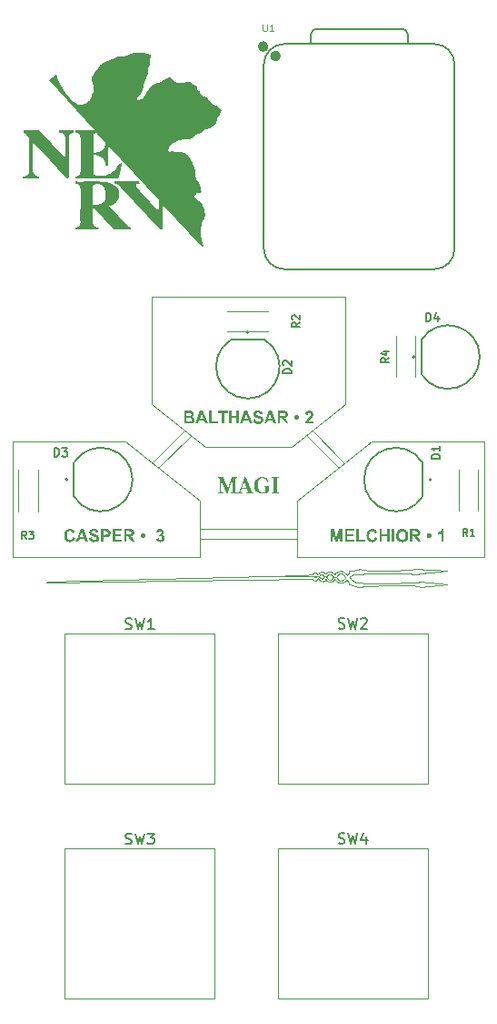
<source format=gbr>
%TF.GenerationSoftware,KiCad,Pcbnew,9.0.2*%
%TF.CreationDate,2025-06-30T11:25:01-04:00*%
%TF.ProjectId,magi_controller,6d616769-5f63-46f6-9e74-726f6c6c6572,rev?*%
%TF.SameCoordinates,Original*%
%TF.FileFunction,Legend,Top*%
%TF.FilePolarity,Positive*%
%FSLAX46Y46*%
G04 Gerber Fmt 4.6, Leading zero omitted, Abs format (unit mm)*
G04 Created by KiCad (PCBNEW 9.0.2) date 2025-06-30 11:25:01*
%MOMM*%
%LPD*%
G01*
G04 APERTURE LIST*
%ADD10C,0.100000*%
%ADD11C,0.000000*%
%ADD12C,0.052916*%
%ADD13C,0.240000*%
%ADD14C,0.280000*%
%ADD15C,0.150000*%
%ADD16C,0.101600*%
%ADD17C,0.120000*%
%ADD18C,0.127000*%
%ADD19C,0.200000*%
%ADD20C,0.504000*%
G04 APERTURE END LIST*
D10*
X197500000Y-71000000D02*
X192500000Y-75000000D01*
X184000000Y-83500000D02*
X193000000Y-83500000D01*
X193875000Y-73900000D02*
X196900000Y-76925000D01*
X179500000Y-61000000D02*
X197500000Y-61000000D01*
D11*
G36*
X172241000Y-45704750D02*
G01*
X172212374Y-45707591D01*
X172180538Y-45713954D01*
X172146192Y-45723581D01*
X172110031Y-45736211D01*
X172072754Y-45751585D01*
X172035059Y-45769444D01*
X171997643Y-45789528D01*
X171961203Y-45811576D01*
X171926438Y-45835330D01*
X171894044Y-45860529D01*
X171864721Y-45886914D01*
X171839164Y-45914226D01*
X171828016Y-45928148D01*
X171818072Y-45942204D01*
X171809419Y-45956362D01*
X171802143Y-45970589D01*
X171796332Y-45984853D01*
X171792074Y-45999122D01*
X171789455Y-46013362D01*
X171788563Y-46027542D01*
X171788563Y-49946021D01*
X171774777Y-49944102D01*
X171759391Y-49943189D01*
X171742664Y-49943114D01*
X171724856Y-49943706D01*
X171687034Y-49946207D01*
X171648003Y-49949328D01*
X171609840Y-49951706D01*
X171591733Y-49952189D01*
X171574622Y-49951974D01*
X171558767Y-49950892D01*
X171544428Y-49948770D01*
X171537907Y-49947267D01*
X171531863Y-49945440D01*
X171526328Y-49943268D01*
X171521333Y-49940729D01*
X171520093Y-49939856D01*
X171518850Y-49938732D01*
X171517604Y-49937372D01*
X171516352Y-49935789D01*
X171513822Y-49932009D01*
X171511246Y-49927500D01*
X171508608Y-49922371D01*
X171505892Y-49916731D01*
X171500167Y-49904349D01*
X171493945Y-49891223D01*
X171490609Y-49884653D01*
X171487103Y-49878221D01*
X171483411Y-49872038D01*
X171479517Y-49866212D01*
X171477489Y-49863466D01*
X171475406Y-49860850D01*
X171473264Y-49858378D01*
X171471063Y-49856062D01*
X171092398Y-49462810D01*
X170717827Y-49065496D01*
X169977490Y-48262279D01*
X168507730Y-46646667D01*
X168399250Y-46617563D01*
X168399250Y-49263396D01*
X168425378Y-49360630D01*
X168445015Y-49433060D01*
X168457459Y-49477708D01*
X168466944Y-49499990D01*
X168477038Y-49521213D01*
X168487728Y-49541403D01*
X168499001Y-49560587D01*
X168510846Y-49578790D01*
X168523251Y-49596038D01*
X168536203Y-49612358D01*
X168549691Y-49627777D01*
X168563701Y-49642319D01*
X168578223Y-49656011D01*
X168593244Y-49668880D01*
X168608752Y-49680952D01*
X168624734Y-49692252D01*
X168641179Y-49702807D01*
X168658075Y-49712643D01*
X168675409Y-49721786D01*
X168693170Y-49730263D01*
X168711344Y-49738099D01*
X168729921Y-49745321D01*
X168748888Y-49751955D01*
X168768233Y-49758027D01*
X168787943Y-49763563D01*
X168828413Y-49773132D01*
X168870200Y-49780872D01*
X168913209Y-49786992D01*
X168957341Y-49791701D01*
X169002500Y-49795208D01*
X169002500Y-49975126D01*
X167491730Y-49975126D01*
X167491730Y-49795208D01*
X167550617Y-49791992D01*
X167607128Y-49787085D01*
X167661120Y-49780163D01*
X167712450Y-49770900D01*
X167760973Y-49758971D01*
X167806547Y-49744049D01*
X167828184Y-49735364D01*
X167849029Y-49725810D01*
X167869065Y-49715344D01*
X167888274Y-49703927D01*
X167906638Y-49691518D01*
X167924139Y-49678076D01*
X167940760Y-49663561D01*
X167956481Y-49647931D01*
X167971287Y-49631146D01*
X167985157Y-49613165D01*
X167998076Y-49593949D01*
X168010023Y-49573455D01*
X168020983Y-49551643D01*
X168030936Y-49528473D01*
X168039865Y-49503904D01*
X168047752Y-49477894D01*
X168054579Y-49450405D01*
X168060329Y-49421394D01*
X168064982Y-49390821D01*
X168068521Y-49358646D01*
X168068521Y-46212750D01*
X168066596Y-46206289D01*
X168063353Y-46198854D01*
X168053220Y-46181326D01*
X168038738Y-46160690D01*
X168020524Y-46137468D01*
X167999194Y-46112185D01*
X167975364Y-46085363D01*
X167922670Y-46029196D01*
X167867371Y-45973153D01*
X167814397Y-45921419D01*
X167768679Y-45878182D01*
X167735146Y-45847626D01*
X167712218Y-45828567D01*
X167689263Y-45811736D01*
X167666563Y-45796635D01*
X167644402Y-45782761D01*
X167602829Y-45756701D01*
X167583982Y-45743514D01*
X167566805Y-45729555D01*
X167558932Y-45722131D01*
X167551582Y-45714326D01*
X167544791Y-45706078D01*
X167538595Y-45697325D01*
X167533028Y-45688004D01*
X167528127Y-45678053D01*
X167523926Y-45667409D01*
X167520462Y-45656009D01*
X167517768Y-45643792D01*
X167515881Y-45630695D01*
X167514836Y-45616655D01*
X167514669Y-45601609D01*
X167515414Y-45585496D01*
X167517107Y-45568253D01*
X167519784Y-45549817D01*
X167523480Y-45530125D01*
X168989271Y-45530125D01*
X168989271Y-45530124D01*
X171362583Y-48080708D01*
X171455187Y-48101875D01*
X171455187Y-46241854D01*
X171429060Y-46144620D01*
X171409423Y-46072190D01*
X171396979Y-46027542D01*
X171388222Y-46006942D01*
X171378831Y-45987292D01*
X171368822Y-45968565D01*
X171358211Y-45950735D01*
X171347015Y-45933775D01*
X171335250Y-45917659D01*
X171322933Y-45902359D01*
X171310080Y-45887850D01*
X171296707Y-45874104D01*
X171282832Y-45861095D01*
X171268470Y-45848797D01*
X171253639Y-45837181D01*
X171238354Y-45826223D01*
X171222632Y-45815895D01*
X171206489Y-45806171D01*
X171189942Y-45797024D01*
X171173008Y-45788427D01*
X171155703Y-45780353D01*
X171120045Y-45765672D01*
X171083100Y-45752765D01*
X171045000Y-45741420D01*
X171005877Y-45731424D01*
X170965863Y-45722563D01*
X170925089Y-45714625D01*
X170883687Y-45707396D01*
X170883687Y-45527479D01*
X172241000Y-45527479D01*
X172241000Y-45704750D01*
G37*
D10*
X184000000Y-82625000D02*
X193000000Y-82625000D01*
X192500000Y-75000000D02*
X184500000Y-75000000D01*
X166500000Y-85250000D02*
X166500000Y-74500000D01*
X179500000Y-71000000D02*
X184500000Y-75000000D01*
X179500000Y-61000000D02*
X179500000Y-71000000D01*
X184000000Y-85250000D02*
X166500000Y-85250000D01*
X193000000Y-85250000D02*
X210500000Y-85250000D01*
X182550000Y-73460000D02*
X179512500Y-76487500D01*
X193000000Y-80000000D02*
X193000000Y-85250000D01*
X200000000Y-74500000D02*
X193000000Y-80000000D01*
X210500000Y-74500000D02*
X200000000Y-74500000D01*
X177000000Y-74500000D02*
X184000000Y-80000000D01*
X210500000Y-85250000D02*
X210500000Y-74500000D01*
D11*
G36*
X174536921Y-50277411D02*
G01*
X174825082Y-50294395D01*
X175104018Y-50324354D01*
X175369033Y-50370033D01*
X175615429Y-50434177D01*
X175730177Y-50474030D01*
X175838508Y-50519528D01*
X175939836Y-50571014D01*
X176033574Y-50628832D01*
X176119134Y-50693323D01*
X176195928Y-50764831D01*
X176263371Y-50843699D01*
X176320874Y-50930270D01*
X176355032Y-50994231D01*
X176384167Y-51058540D01*
X176408402Y-51123078D01*
X176427860Y-51187728D01*
X176442665Y-51252372D01*
X176452942Y-51316892D01*
X176458812Y-51381172D01*
X176460400Y-51445092D01*
X176457830Y-51508535D01*
X176451225Y-51571384D01*
X176440708Y-51633521D01*
X176426402Y-51694828D01*
X176408433Y-51755188D01*
X176386922Y-51814482D01*
X176361994Y-51872593D01*
X176333773Y-51929403D01*
X176302380Y-51984795D01*
X176267941Y-52038650D01*
X176230579Y-52090852D01*
X176190417Y-52141282D01*
X176147579Y-52189822D01*
X176102188Y-52236355D01*
X176054368Y-52280764D01*
X176004242Y-52322930D01*
X175951935Y-52362735D01*
X175897569Y-52400063D01*
X175841268Y-52434794D01*
X175783155Y-52466812D01*
X175723355Y-52495999D01*
X175661990Y-52522237D01*
X175599185Y-52545409D01*
X175535062Y-52565396D01*
X177228395Y-54412186D01*
X177532666Y-54592104D01*
X177533276Y-54617549D01*
X177533143Y-54629892D01*
X177532584Y-54641878D01*
X177531497Y-54653431D01*
X177529783Y-54664471D01*
X177527340Y-54674923D01*
X177524067Y-54684708D01*
X177522089Y-54689326D01*
X177519865Y-54693749D01*
X177517383Y-54697966D01*
X177514631Y-54701968D01*
X177511596Y-54705745D01*
X177508266Y-54709288D01*
X177504627Y-54712587D01*
X177500668Y-54715631D01*
X177496376Y-54718412D01*
X177491737Y-54720920D01*
X177486740Y-54723145D01*
X177481372Y-54725078D01*
X177475620Y-54726708D01*
X177469472Y-54728026D01*
X177462915Y-54729022D01*
X177455937Y-54729687D01*
X175929291Y-54713812D01*
X174127479Y-52763832D01*
X174021645Y-52732083D01*
X174021645Y-54200520D01*
X174024291Y-54197874D01*
X174028640Y-54219391D01*
X174034213Y-54240283D01*
X174040963Y-54260542D01*
X174048843Y-54280164D01*
X174057806Y-54299143D01*
X174067806Y-54317472D01*
X174078795Y-54335146D01*
X174090727Y-54352160D01*
X174103553Y-54368506D01*
X174117228Y-54384181D01*
X174131705Y-54399177D01*
X174146935Y-54413489D01*
X174162873Y-54427111D01*
X174179471Y-54440038D01*
X174196683Y-54452263D01*
X174214461Y-54463780D01*
X174232758Y-54474585D01*
X174251528Y-54484671D01*
X174270723Y-54494031D01*
X174290296Y-54502662D01*
X174310201Y-54510555D01*
X174330390Y-54517707D01*
X174350816Y-54524111D01*
X174371433Y-54529760D01*
X174392193Y-54534651D01*
X174413050Y-54538775D01*
X174433956Y-54542129D01*
X174454865Y-54544705D01*
X174475729Y-54546498D01*
X174496501Y-54547503D01*
X174517135Y-54547713D01*
X174537583Y-54547123D01*
X174538353Y-54570476D01*
X174539774Y-54596030D01*
X174540312Y-54609235D01*
X174540513Y-54622514D01*
X174540210Y-54635708D01*
X174539237Y-54648658D01*
X174537426Y-54661204D01*
X174534612Y-54673188D01*
X174532776Y-54678920D01*
X174530627Y-54684452D01*
X174528143Y-54689764D01*
X174525305Y-54694836D01*
X174522090Y-54699648D01*
X174518479Y-54704181D01*
X174514450Y-54708414D01*
X174509983Y-54712328D01*
X174505056Y-54715903D01*
X174499649Y-54719119D01*
X174493742Y-54721956D01*
X174487312Y-54724394D01*
X172386521Y-54711165D01*
X172360062Y-54547123D01*
X172386952Y-54546426D01*
X172413054Y-54544835D01*
X172438370Y-54542355D01*
X172462903Y-54538990D01*
X172486655Y-54534745D01*
X172509628Y-54529625D01*
X172531826Y-54523635D01*
X172553249Y-54516779D01*
X172573901Y-54509063D01*
X172593785Y-54500492D01*
X172612902Y-54491070D01*
X172631255Y-54480802D01*
X172648846Y-54469693D01*
X172665678Y-54457748D01*
X172681754Y-54444972D01*
X172697075Y-54431369D01*
X172711644Y-54416944D01*
X172725464Y-54401703D01*
X172738537Y-54385649D01*
X172750865Y-54368789D01*
X172762451Y-54351126D01*
X172773297Y-54332666D01*
X172783406Y-54313413D01*
X172792780Y-54293372D01*
X172801421Y-54272549D01*
X172809332Y-54250947D01*
X172816516Y-54228572D01*
X172822974Y-54205429D01*
X172833725Y-54156857D01*
X172841603Y-54105270D01*
X172830436Y-53721645D01*
X172831640Y-53332190D01*
X172853179Y-52544228D01*
X172855691Y-52456916D01*
X174021645Y-52456916D01*
X174024291Y-52456916D01*
X174261217Y-52440586D01*
X174372921Y-52429104D01*
X174479540Y-52414087D01*
X174580640Y-52394543D01*
X174675786Y-52369480D01*
X174764546Y-52337905D01*
X174806395Y-52319366D01*
X174846484Y-52298828D01*
X174884759Y-52276165D01*
X174921167Y-52251254D01*
X174955652Y-52223972D01*
X174988160Y-52194193D01*
X175018637Y-52161795D01*
X175047030Y-52126652D01*
X175073283Y-52088642D01*
X175097342Y-52047639D01*
X175119153Y-52003520D01*
X175138662Y-51956161D01*
X175155815Y-51905438D01*
X175170557Y-51851227D01*
X175182834Y-51793404D01*
X175192592Y-51731844D01*
X175199776Y-51666424D01*
X175204333Y-51597020D01*
X175206970Y-51486735D01*
X175203728Y-51378636D01*
X175194246Y-51273482D01*
X175178164Y-51172033D01*
X175155121Y-51075049D01*
X175124757Y-50983290D01*
X175106716Y-50939607D01*
X175086710Y-50897515D01*
X175064694Y-50857109D01*
X175040622Y-50818484D01*
X175014450Y-50781734D01*
X174986131Y-50746956D01*
X174955622Y-50714243D01*
X174922877Y-50683691D01*
X174887852Y-50655395D01*
X174850500Y-50629449D01*
X174810777Y-50605949D01*
X174768639Y-50584989D01*
X174724039Y-50566665D01*
X174676933Y-50551071D01*
X174627276Y-50538303D01*
X174575023Y-50528455D01*
X174520128Y-50521623D01*
X174462547Y-50517901D01*
X174402234Y-50517384D01*
X174339145Y-50520167D01*
X174321627Y-50521835D01*
X174301194Y-50524833D01*
X174278405Y-50529126D01*
X174253817Y-50534677D01*
X174227990Y-50541454D01*
X174201480Y-50549421D01*
X174174845Y-50558542D01*
X174148645Y-50568784D01*
X174123438Y-50580111D01*
X174099780Y-50592488D01*
X174078231Y-50605880D01*
X174068422Y-50612946D01*
X174059348Y-50620253D01*
X174051082Y-50627797D01*
X174043690Y-50635572D01*
X174037245Y-50643575D01*
X174031815Y-50651802D01*
X174027471Y-50660247D01*
X174024281Y-50668907D01*
X174022316Y-50677777D01*
X174021645Y-50686854D01*
X174021645Y-52456916D01*
X172855691Y-52456916D01*
X172864522Y-52149937D01*
X172870253Y-51758251D01*
X172865876Y-51371277D01*
X172858492Y-51180216D01*
X172846895Y-50991124D01*
X172843604Y-50950542D01*
X172839537Y-50911165D01*
X172834478Y-50873021D01*
X172828209Y-50836136D01*
X172820515Y-50800538D01*
X172811177Y-50766254D01*
X172799978Y-50733311D01*
X172786703Y-50701736D01*
X172779025Y-50686854D01*
X172771133Y-50671556D01*
X172753051Y-50642799D01*
X172743001Y-50628962D01*
X172732241Y-50615491D01*
X172720745Y-50602390D01*
X172708485Y-50589660D01*
X172695435Y-50577307D01*
X172681567Y-50565333D01*
X172666854Y-50553742D01*
X172651269Y-50542537D01*
X172634785Y-50531721D01*
X172617374Y-50521298D01*
X172599010Y-50511272D01*
X172579666Y-50501645D01*
X172561852Y-50494424D01*
X172542454Y-50488396D01*
X172521931Y-50483205D01*
X172500746Y-50478495D01*
X172458232Y-50469090D01*
X172437825Y-50463682D01*
X172418601Y-50457328D01*
X172401020Y-50449672D01*
X172392990Y-50445245D01*
X172385544Y-50440358D01*
X172378739Y-50434967D01*
X172372633Y-50429027D01*
X172367284Y-50422495D01*
X172362749Y-50415325D01*
X172359086Y-50407474D01*
X172356353Y-50398895D01*
X172354608Y-50389545D01*
X172353907Y-50379379D01*
X172354309Y-50368353D01*
X172355872Y-50356422D01*
X172358652Y-50343541D01*
X172362708Y-50329666D01*
X172364280Y-50325565D01*
X172366017Y-50321690D01*
X172367912Y-50318034D01*
X172369958Y-50314592D01*
X172372150Y-50311358D01*
X172374480Y-50308325D01*
X172376944Y-50305486D01*
X172379534Y-50302836D01*
X172382244Y-50300368D01*
X172385067Y-50298076D01*
X172387999Y-50295953D01*
X172391032Y-50293994D01*
X172394159Y-50292192D01*
X172397375Y-50290540D01*
X172400674Y-50289033D01*
X172404049Y-50287664D01*
X172407493Y-50286426D01*
X172411001Y-50285314D01*
X172414566Y-50284322D01*
X172418182Y-50283442D01*
X172425542Y-50281995D01*
X172433029Y-50280925D01*
X172440594Y-50280180D01*
X172448186Y-50279711D01*
X172455754Y-50279466D01*
X172463249Y-50279395D01*
X172656098Y-50291356D01*
X172877302Y-50294340D01*
X173385984Y-50284356D01*
X173951717Y-50271396D01*
X174244234Y-50270659D01*
X174536921Y-50277411D01*
G37*
D10*
X183112500Y-73912500D02*
X180087500Y-76937500D01*
D11*
G36*
X178446470Y-38304354D02*
G01*
X178556786Y-38307554D01*
X178666276Y-38313831D01*
X178774270Y-38323411D01*
X178880097Y-38336517D01*
X178983088Y-38353375D01*
X179082571Y-38374210D01*
X179177875Y-38399246D01*
X179268332Y-38428708D01*
X179308805Y-38443260D01*
X179318274Y-38446937D01*
X179327352Y-38450846D01*
X179335972Y-38455096D01*
X179344069Y-38459796D01*
X179351577Y-38465055D01*
X179355090Y-38467927D01*
X179358430Y-38470979D01*
X179361590Y-38474225D01*
X179364562Y-38477679D01*
X179367337Y-38481354D01*
X179369907Y-38485263D01*
X179372264Y-38489420D01*
X179374400Y-38493838D01*
X179376306Y-38498532D01*
X179377974Y-38503515D01*
X179379396Y-38508800D01*
X179380564Y-38514400D01*
X179381469Y-38520331D01*
X179382103Y-38526604D01*
X179375809Y-38573740D01*
X179370693Y-38621787D01*
X179363251Y-38720039D01*
X179354322Y-38921164D01*
X179349857Y-39021741D01*
X179343407Y-39120800D01*
X179338974Y-39169401D01*
X179333485Y-39217192D01*
X179326757Y-39264030D01*
X179318603Y-39309770D01*
X179312900Y-39335441D01*
X179305844Y-39360853D01*
X179297633Y-39385993D01*
X179288465Y-39410850D01*
X179278537Y-39435412D01*
X179268048Y-39459668D01*
X179246173Y-39507216D01*
X179224422Y-39553399D01*
X179204377Y-39598125D01*
X179195488Y-39619912D01*
X179187618Y-39641301D01*
X179180965Y-39662278D01*
X179175727Y-39682833D01*
X179169436Y-39714246D01*
X179164343Y-39746860D01*
X179160280Y-39780513D01*
X179157082Y-39815042D01*
X179152612Y-39886076D01*
X179149600Y-39958661D01*
X179146711Y-40031494D01*
X179142613Y-40103272D01*
X179139694Y-40138359D01*
X179135973Y-40172694D01*
X179131283Y-40206115D01*
X179125457Y-40238458D01*
X179118640Y-40267919D01*
X179110233Y-40296795D01*
X179100447Y-40325121D01*
X179089490Y-40352931D01*
X179077572Y-40380261D01*
X179064903Y-40407145D01*
X179038145Y-40459716D01*
X178984815Y-40561043D01*
X178972742Y-40585783D01*
X178961591Y-40610357D01*
X178951573Y-40634800D01*
X178942895Y-40659145D01*
X178891389Y-40823884D01*
X178842891Y-40998267D01*
X178748095Y-41361945D01*
X178698388Y-41544233D01*
X178644867Y-41722150D01*
X178616143Y-41808374D01*
X178585827Y-41892191D01*
X178553704Y-41973164D01*
X178519562Y-42050854D01*
X178514632Y-42060230D01*
X178508340Y-42070462D01*
X178492049Y-42093244D01*
X178471449Y-42118716D01*
X178447298Y-42146393D01*
X178391384Y-42206425D01*
X178330385Y-42269466D01*
X178270378Y-42331637D01*
X178242646Y-42361187D01*
X178217441Y-42389065D01*
X178195522Y-42414789D01*
X178177650Y-42437874D01*
X178164584Y-42457834D01*
X178160090Y-42466492D01*
X178157083Y-42474187D01*
X178153686Y-42485550D01*
X178150494Y-42498619D01*
X178147589Y-42513115D01*
X178145053Y-42528757D01*
X178142966Y-42545268D01*
X178141410Y-42562368D01*
X178140466Y-42579777D01*
X178140216Y-42597218D01*
X178140741Y-42614411D01*
X178142123Y-42631077D01*
X178144443Y-42646936D01*
X178147782Y-42661711D01*
X178152221Y-42675121D01*
X178154879Y-42681227D01*
X178157843Y-42686887D01*
X178161123Y-42692067D01*
X178164728Y-42696732D01*
X178168670Y-42700846D01*
X178172959Y-42704375D01*
X178180670Y-42709412D01*
X178188422Y-42713638D01*
X178196208Y-42717092D01*
X178204021Y-42719815D01*
X178211856Y-42721849D01*
X178219706Y-42723234D01*
X178227564Y-42724010D01*
X178235425Y-42724218D01*
X178243282Y-42723899D01*
X178251129Y-42723094D01*
X178258959Y-42721843D01*
X178266767Y-42720187D01*
X178282288Y-42715823D01*
X178297643Y-42710327D01*
X178312781Y-42704025D01*
X178327652Y-42697243D01*
X178356389Y-42683538D01*
X178370155Y-42677267D01*
X178383452Y-42671818D01*
X178396229Y-42667516D01*
X178402407Y-42665897D01*
X178408437Y-42664687D01*
X178412158Y-42664274D01*
X178415877Y-42664022D01*
X178423304Y-42663953D01*
X178430709Y-42664396D01*
X178438079Y-42665266D01*
X178445402Y-42666476D01*
X178452667Y-42667942D01*
X178466976Y-42671301D01*
X178480913Y-42674660D01*
X178487713Y-42676127D01*
X178494385Y-42677337D01*
X178500918Y-42678207D01*
X178507299Y-42678650D01*
X178513518Y-42678581D01*
X178516562Y-42678328D01*
X178519562Y-42677916D01*
X178530417Y-42675392D01*
X178541627Y-42670875D01*
X178553162Y-42664478D01*
X178564991Y-42656315D01*
X178577081Y-42646501D01*
X178589401Y-42635151D01*
X178614605Y-42608297D01*
X178640352Y-42576669D01*
X178666390Y-42541180D01*
X178692467Y-42502746D01*
X178718330Y-42462281D01*
X178887332Y-42175208D01*
X179157538Y-41765765D01*
X179236949Y-41650537D01*
X179311865Y-41547897D01*
X179346193Y-41504069D01*
X179377664Y-41466713D01*
X179405702Y-41436939D01*
X179429728Y-41415854D01*
X179460393Y-41395881D01*
X179516792Y-41361242D01*
X179671822Y-41268679D01*
X179824866Y-41179589D01*
X179878785Y-41149291D01*
X179905977Y-41135395D01*
X179925084Y-41129633D01*
X179943732Y-41125137D01*
X179961963Y-41121751D01*
X179979813Y-41119313D01*
X179997322Y-41117667D01*
X180014529Y-41116652D01*
X180048191Y-41115882D01*
X180081109Y-41115732D01*
X180113593Y-41114931D01*
X180129769Y-41113890D01*
X180145953Y-41112208D01*
X180162183Y-41109728D01*
X180178498Y-41106291D01*
X180184424Y-41104491D01*
X180190774Y-41102090D01*
X180204647Y-41095630D01*
X180219914Y-41087193D01*
X180236376Y-41077063D01*
X180253830Y-41065522D01*
X180272074Y-41052853D01*
X180310129Y-41025262D01*
X180348927Y-40996556D01*
X180386858Y-40968997D01*
X180404994Y-40956355D01*
X180422308Y-40944849D01*
X180438599Y-40934761D01*
X180453665Y-40926374D01*
X180772819Y-40748773D01*
X180858266Y-40702435D01*
X180940705Y-40659600D01*
X181017501Y-40622408D01*
X181052960Y-40606597D01*
X181086019Y-40592999D01*
X181108908Y-40585119D01*
X181130973Y-40579751D01*
X181152255Y-40576772D01*
X181172799Y-40576060D01*
X181192647Y-40577491D01*
X181211843Y-40580942D01*
X181230429Y-40586290D01*
X181248448Y-40593413D01*
X181265945Y-40602186D01*
X181282961Y-40612488D01*
X181299541Y-40624194D01*
X181315726Y-40637183D01*
X181331561Y-40651330D01*
X181347088Y-40666513D01*
X181377392Y-40699494D01*
X181406982Y-40735142D01*
X181436205Y-40772472D01*
X181494925Y-40848240D01*
X181525112Y-40884709D01*
X181556311Y-40918923D01*
X181572398Y-40934876D01*
X181588866Y-40949896D01*
X181605761Y-40963860D01*
X181623123Y-40976645D01*
X181666321Y-41005039D01*
X181708162Y-41030287D01*
X181748732Y-41052531D01*
X181788116Y-41071911D01*
X181826399Y-41088568D01*
X181863667Y-41102643D01*
X181900004Y-41114278D01*
X181935497Y-41123613D01*
X181970230Y-41130789D01*
X182004289Y-41135947D01*
X182037758Y-41139229D01*
X182070724Y-41140775D01*
X182103271Y-41140725D01*
X182135485Y-41139222D01*
X182199253Y-41132418D01*
X182262712Y-41121491D01*
X182326543Y-41107567D01*
X182458049Y-41075244D01*
X182527088Y-41059099D01*
X182599228Y-41044470D01*
X182675151Y-41032485D01*
X182755539Y-41024270D01*
X182827322Y-41020030D01*
X182889645Y-41018255D01*
X182943650Y-41018991D01*
X182990481Y-41022286D01*
X183011563Y-41024907D01*
X183031281Y-41028185D01*
X183049777Y-41032125D01*
X183067195Y-41036735D01*
X183083676Y-41042018D01*
X183099364Y-41047982D01*
X183114402Y-41054632D01*
X183128932Y-41061973D01*
X183157044Y-41078755D01*
X183184841Y-41098374D01*
X183213468Y-41120877D01*
X183244068Y-41146309D01*
X183315759Y-41206151D01*
X183359137Y-41240652D01*
X183409061Y-41278270D01*
X183422378Y-41287228D01*
X183437338Y-41296233D01*
X183453663Y-41305269D01*
X183471073Y-41314320D01*
X183508032Y-41332406D01*
X183545983Y-41350369D01*
X183582694Y-41368084D01*
X183599887Y-41376809D01*
X183615932Y-41385426D01*
X183630551Y-41393919D01*
X183643465Y-41402273D01*
X183654394Y-41410471D01*
X183663060Y-41418499D01*
X183669423Y-41425372D01*
X183675140Y-41432582D01*
X183680251Y-41440111D01*
X183684790Y-41447939D01*
X183688797Y-41456049D01*
X183692309Y-41464421D01*
X183695362Y-41473036D01*
X183697994Y-41481875D01*
X183702144Y-41500151D01*
X183705058Y-41519098D01*
X183707033Y-41538564D01*
X183708370Y-41558398D01*
X183710318Y-41598566D01*
X183711526Y-41618598D01*
X183713289Y-41638393D01*
X183715904Y-41657801D01*
X183719671Y-41676670D01*
X183722079Y-41685855D01*
X183724887Y-41694849D01*
X183728132Y-41703632D01*
X183731851Y-41712187D01*
X183734605Y-41717644D01*
X183737889Y-41723105D01*
X183741671Y-41728571D01*
X183745922Y-41734046D01*
X183750614Y-41739532D01*
X183755716Y-41745034D01*
X183767032Y-41756091D01*
X183779636Y-41767241D01*
X183793289Y-41778508D01*
X183822802Y-41801484D01*
X183853678Y-41825203D01*
X183869037Y-41837400D01*
X183884028Y-41849853D01*
X183898414Y-41862584D01*
X183911959Y-41875619D01*
X183924427Y-41888978D01*
X183930183Y-41895787D01*
X183935580Y-41902687D01*
X183950839Y-41924435D01*
X183965000Y-41946942D01*
X183978270Y-41970101D01*
X183990854Y-41993803D01*
X184014785Y-42042399D01*
X184038438Y-42091864D01*
X184050673Y-42116650D01*
X184063455Y-42141328D01*
X184076988Y-42165790D01*
X184091479Y-42189925D01*
X184107132Y-42213626D01*
X184124154Y-42236785D01*
X184142749Y-42259293D01*
X184163123Y-42281041D01*
X184177432Y-42295080D01*
X184191120Y-42307964D01*
X184204230Y-42319746D01*
X184216810Y-42330480D01*
X184228903Y-42340220D01*
X184240554Y-42349019D01*
X184251810Y-42356932D01*
X184262714Y-42364013D01*
X184273312Y-42370314D01*
X184283648Y-42375890D01*
X184293769Y-42380794D01*
X184303719Y-42385081D01*
X184313542Y-42388804D01*
X184323285Y-42392017D01*
X184342709Y-42397127D01*
X184362349Y-42400842D01*
X184382567Y-42403592D01*
X184426176Y-42407917D01*
X184450289Y-42410353D01*
X184476422Y-42413545D01*
X184504933Y-42417922D01*
X184536185Y-42423916D01*
X184553359Y-42427745D01*
X184569205Y-42431789D01*
X184583795Y-42436046D01*
X184597195Y-42440515D01*
X184609475Y-42445192D01*
X184620704Y-42450077D01*
X184630950Y-42455168D01*
X184640283Y-42460462D01*
X184648770Y-42465957D01*
X184656482Y-42471652D01*
X184663486Y-42477545D01*
X184669852Y-42483633D01*
X184675648Y-42489915D01*
X184680943Y-42496390D01*
X184685806Y-42503054D01*
X184690306Y-42509906D01*
X184698490Y-42524166D01*
X184706046Y-42539154D01*
X184721477Y-42571256D01*
X184730452Y-42588337D01*
X184741000Y-42606086D01*
X184747037Y-42615205D01*
X184753673Y-42624485D01*
X184760977Y-42633924D01*
X184769019Y-42643520D01*
X184810675Y-42693006D01*
X184865136Y-42759606D01*
X184994245Y-42917364D01*
X185059775Y-42995127D01*
X185119880Y-43063216D01*
X185146474Y-43091539D01*
X185170002Y-43114933D01*
X185189894Y-43132560D01*
X185205581Y-43143583D01*
X185213503Y-43147819D01*
X185221397Y-43151618D01*
X185229265Y-43155004D01*
X185237109Y-43158006D01*
X185252735Y-43162959D01*
X185268296Y-43166692D01*
X185283810Y-43169418D01*
X185299297Y-43171348D01*
X185314776Y-43172698D01*
X185330267Y-43173679D01*
X185361360Y-43175389D01*
X185377002Y-43176545D01*
X185392733Y-43178185D01*
X185408572Y-43180523D01*
X185424540Y-43183771D01*
X185440654Y-43188144D01*
X185456935Y-43193854D01*
X185485791Y-43213051D01*
X185543917Y-43255659D01*
X185708289Y-43380716D01*
X185870678Y-43508253D01*
X185926323Y-43553961D01*
X185943418Y-43568976D01*
X185951707Y-43577500D01*
X185957380Y-43586372D01*
X185962492Y-43595147D01*
X185967037Y-43603853D01*
X185971013Y-43612516D01*
X185974415Y-43621163D01*
X185977240Y-43629822D01*
X185979483Y-43638520D01*
X185981141Y-43647283D01*
X185982210Y-43656140D01*
X185982686Y-43665117D01*
X185982565Y-43674241D01*
X185981844Y-43683540D01*
X185980518Y-43693040D01*
X185978583Y-43702768D01*
X185976036Y-43712753D01*
X185972873Y-43723020D01*
X185954513Y-43745504D01*
X185937986Y-43769188D01*
X185923080Y-43793912D01*
X185909580Y-43819511D01*
X185897274Y-43845823D01*
X185885949Y-43872686D01*
X185875391Y-43899936D01*
X185865387Y-43927411D01*
X185846189Y-43982384D01*
X185826650Y-44036304D01*
X185816220Y-44062461D01*
X185805065Y-44087866D01*
X185792972Y-44112357D01*
X185779727Y-44135770D01*
X185774630Y-44143850D01*
X185769273Y-44151734D01*
X185757858Y-44166988D01*
X185745637Y-44181692D01*
X185732764Y-44196004D01*
X185677863Y-44252517D01*
X185664060Y-44267256D01*
X185650536Y-44282557D01*
X185637446Y-44298579D01*
X185624946Y-44315480D01*
X185618965Y-44324310D01*
X185613189Y-44333420D01*
X185607639Y-44342829D01*
X185602332Y-44352558D01*
X185597289Y-44362626D01*
X185592529Y-44373052D01*
X185588072Y-44383858D01*
X185583936Y-44395062D01*
X185575130Y-44422302D01*
X185567441Y-44451260D01*
X185560681Y-44481667D01*
X185554666Y-44513256D01*
X185544124Y-44578911D01*
X185534326Y-44646085D01*
X185523785Y-44712639D01*
X185517770Y-44745015D01*
X185511010Y-44776434D01*
X185503321Y-44806628D01*
X185494516Y-44835329D01*
X185484408Y-44862272D01*
X185472812Y-44887187D01*
X185463681Y-44898996D01*
X185446891Y-44916048D01*
X185423466Y-44937573D01*
X185394429Y-44962800D01*
X185323611Y-45021272D01*
X185242624Y-45085294D01*
X185159652Y-45148695D01*
X185082881Y-45205307D01*
X185020497Y-45248958D01*
X184997258Y-45263995D01*
X184980685Y-45273479D01*
X184944255Y-45290566D01*
X184906535Y-45306247D01*
X184867721Y-45320726D01*
X184828013Y-45334209D01*
X184746700Y-45359008D01*
X184664178Y-45382289D01*
X184582028Y-45405693D01*
X184501831Y-45430864D01*
X184462960Y-45444626D01*
X184425169Y-45459447D01*
X184388658Y-45475530D01*
X184353624Y-45493083D01*
X184329811Y-45506844D01*
X184305999Y-45522182D01*
X184282187Y-45538877D01*
X184258374Y-45556707D01*
X184234562Y-45575452D01*
X184210749Y-45594891D01*
X184163124Y-45634966D01*
X184115499Y-45675165D01*
X184067874Y-45713721D01*
X184044062Y-45731830D01*
X184020250Y-45748866D01*
X183996437Y-45764607D01*
X183972625Y-45778833D01*
X183954121Y-45788338D01*
X183935350Y-45797080D01*
X183916355Y-45805163D01*
X183897177Y-45812691D01*
X183858445Y-45826504D01*
X183819496Y-45839356D01*
X183780672Y-45852084D01*
X183742312Y-45865525D01*
X183723414Y-45872775D01*
X183704759Y-45880517D01*
X183686391Y-45888855D01*
X183668353Y-45897896D01*
X183638898Y-45915141D01*
X183608202Y-45935774D01*
X183576451Y-45959276D01*
X183543833Y-45985125D01*
X183476736Y-46041794D01*
X183408400Y-46101625D01*
X183340311Y-46160463D01*
X183306824Y-46188212D01*
X183273958Y-46214155D01*
X183241898Y-46237773D01*
X183210830Y-46258545D01*
X183180941Y-46275954D01*
X183166496Y-46283234D01*
X183152415Y-46289479D01*
X183140887Y-46293424D01*
X183123689Y-46298222D01*
X183075397Y-46309818D01*
X183013773Y-46323151D01*
X182945048Y-46337104D01*
X182811227Y-46362404D01*
X182758594Y-46371520D01*
X182723790Y-46376791D01*
X182697136Y-46379467D01*
X182670667Y-46380713D01*
X182644261Y-46380773D01*
X182617792Y-46379892D01*
X182564173Y-46376279D01*
X182508817Y-46371830D01*
X182480178Y-46369902D01*
X182450733Y-46368497D01*
X182420357Y-46367859D01*
X182388927Y-46368233D01*
X182356320Y-46369863D01*
X182322409Y-46372993D01*
X182287073Y-46377867D01*
X182250186Y-46384729D01*
X182159259Y-46405824D01*
X182064874Y-46430581D01*
X181968227Y-46459253D01*
X181870509Y-46492092D01*
X181772916Y-46529349D01*
X181676640Y-46571276D01*
X181582875Y-46618125D01*
X181492816Y-46670148D01*
X181407656Y-46727598D01*
X181328589Y-46790725D01*
X181291713Y-46824496D01*
X181256807Y-46859782D01*
X181224022Y-46896613D01*
X181193506Y-46935021D01*
X181165409Y-46975037D01*
X181139879Y-47016694D01*
X181117066Y-47060021D01*
X181097120Y-47105052D01*
X181080188Y-47151817D01*
X181066421Y-47200348D01*
X181055968Y-47250676D01*
X181048978Y-47302833D01*
X181046496Y-47334249D01*
X181045458Y-47362606D01*
X181045807Y-47388041D01*
X181047485Y-47410687D01*
X181050431Y-47430680D01*
X181054588Y-47448156D01*
X181059897Y-47463248D01*
X181066300Y-47476094D01*
X181073737Y-47486827D01*
X181082151Y-47495583D01*
X181091482Y-47502497D01*
X181101672Y-47507704D01*
X181112663Y-47511340D01*
X181124395Y-47513539D01*
X181136810Y-47514437D01*
X181149850Y-47514169D01*
X181163456Y-47512870D01*
X181177569Y-47510675D01*
X181207082Y-47504138D01*
X181269616Y-47486263D01*
X181301698Y-47477087D01*
X181333700Y-47469194D01*
X181365151Y-47463666D01*
X181380523Y-47462126D01*
X181395582Y-47461582D01*
X181406180Y-47461810D01*
X181416644Y-47462475D01*
X181437202Y-47464998D01*
X181457311Y-47468925D01*
X181477024Y-47474026D01*
X181496396Y-47480073D01*
X181515482Y-47486837D01*
X181553009Y-47501601D01*
X181590040Y-47516489D01*
X181608506Y-47523408D01*
X181627010Y-47529672D01*
X181645607Y-47535052D01*
X181664351Y-47539320D01*
X181683297Y-47542247D01*
X181692862Y-47543136D01*
X181702499Y-47543604D01*
X181717970Y-47543010D01*
X181733624Y-47541330D01*
X181749455Y-47538721D01*
X181765462Y-47535336D01*
X181781638Y-47531331D01*
X181797982Y-47526861D01*
X181831153Y-47517145D01*
X181864944Y-47507430D01*
X181882062Y-47502960D01*
X181899324Y-47498955D01*
X181916726Y-47495570D01*
X181934262Y-47492961D01*
X181951931Y-47491281D01*
X181969728Y-47490687D01*
X182016879Y-47492418D01*
X182067639Y-47497467D01*
X182121398Y-47505616D01*
X182177549Y-47516649D01*
X182235483Y-47530349D01*
X182294591Y-47546497D01*
X182354265Y-47564879D01*
X182413897Y-47585276D01*
X182472877Y-47607471D01*
X182530598Y-47631247D01*
X182586450Y-47656388D01*
X182639826Y-47682676D01*
X182690117Y-47709894D01*
X182736714Y-47737825D01*
X182779009Y-47766252D01*
X182816394Y-47794958D01*
X182825653Y-47805520D01*
X182841850Y-47827241D01*
X182891056Y-47897939D01*
X183028722Y-48104852D01*
X183165396Y-48316229D01*
X183213362Y-48392508D01*
X183237082Y-48432604D01*
X183264470Y-48499690D01*
X183310339Y-48621037D01*
X183430228Y-48951849D01*
X183542180Y-49275715D01*
X183578127Y-49388380D01*
X183588108Y-49424229D01*
X183591624Y-49443312D01*
X183582033Y-49727739D01*
X183582991Y-49759932D01*
X183585294Y-49792800D01*
X183589201Y-49826768D01*
X183594973Y-49862263D01*
X183602868Y-49899712D01*
X183613147Y-49939540D01*
X183626069Y-49982175D01*
X183641895Y-50028041D01*
X183648458Y-50045113D01*
X183655243Y-50061153D01*
X183662238Y-50076227D01*
X183669433Y-50090404D01*
X183676815Y-50103752D01*
X183684374Y-50116338D01*
X183692099Y-50128230D01*
X183699978Y-50139497D01*
X183708001Y-50150205D01*
X183716156Y-50160423D01*
X183732818Y-50179660D01*
X183749876Y-50197749D01*
X183767240Y-50215234D01*
X183802530Y-50250560D01*
X183820277Y-50269486D01*
X183837975Y-50289979D01*
X183846777Y-50300982D01*
X183855533Y-50312580D01*
X183864231Y-50324840D01*
X183872862Y-50337832D01*
X183881413Y-50351621D01*
X183889873Y-50366277D01*
X183898232Y-50381867D01*
X183906478Y-50398459D01*
X183928332Y-50447285D01*
X183947488Y-50496499D01*
X183964288Y-50546054D01*
X183979073Y-50595904D01*
X183992183Y-50646001D01*
X184003960Y-50696300D01*
X184024879Y-50797317D01*
X184044557Y-50898582D01*
X184065724Y-50999724D01*
X184077718Y-51050131D01*
X184091107Y-51100368D01*
X184106232Y-51150389D01*
X184123435Y-51200145D01*
X184117645Y-51223025D01*
X184110261Y-51243624D01*
X184101378Y-51262067D01*
X184091091Y-51278476D01*
X184079496Y-51292975D01*
X184066689Y-51305685D01*
X184052764Y-51316731D01*
X184037818Y-51326236D01*
X184021945Y-51334322D01*
X184005242Y-51341112D01*
X183987803Y-51346730D01*
X183969724Y-51351299D01*
X183951100Y-51354941D01*
X183932028Y-51357780D01*
X183892917Y-51361541D01*
X183813506Y-51364838D01*
X183774732Y-51366343D01*
X183737598Y-51369065D01*
X183702867Y-51373989D01*
X183686641Y-51377584D01*
X183671302Y-51382098D01*
X183656946Y-51387655D01*
X183643668Y-51394378D01*
X183631563Y-51402389D01*
X183620727Y-51411812D01*
X183618141Y-51415441D01*
X183613554Y-51422984D01*
X183599560Y-51447613D01*
X183560534Y-51519629D01*
X183522500Y-51592638D01*
X183509746Y-51618507D01*
X183505966Y-51626857D01*
X183504310Y-51631417D01*
X183500196Y-51653113D01*
X183499151Y-51674546D01*
X183501004Y-51695717D01*
X183505582Y-51716626D01*
X183512713Y-51737273D01*
X183522228Y-51757659D01*
X183533954Y-51777784D01*
X183547719Y-51797650D01*
X183563352Y-51817255D01*
X183580682Y-51836601D01*
X183599537Y-51855689D01*
X183619746Y-51874518D01*
X183663538Y-51911404D01*
X183710686Y-51947263D01*
X183759819Y-51982099D01*
X183809564Y-52015915D01*
X183905403Y-52080505D01*
X183948753Y-52111287D01*
X183987227Y-52141065D01*
X184019454Y-52169843D01*
X184032796Y-52183858D01*
X184044061Y-52197624D01*
X184064649Y-52229974D01*
X184102600Y-52294198D01*
X184206779Y-52476099D01*
X184308974Y-52658992D01*
X184344445Y-52724456D01*
X184361560Y-52758541D01*
X184374978Y-52797381D01*
X184387414Y-52841927D01*
X184398820Y-52891371D01*
X184409145Y-52944907D01*
X184418337Y-53001731D01*
X184426348Y-53061035D01*
X184433126Y-53122013D01*
X184438621Y-53183859D01*
X184442783Y-53245767D01*
X184445561Y-53306932D01*
X184446906Y-53366546D01*
X184446765Y-53423803D01*
X184445090Y-53477898D01*
X184441830Y-53528024D01*
X184436934Y-53573375D01*
X184430352Y-53613145D01*
X184427815Y-53624006D01*
X184424691Y-53634766D01*
X184421010Y-53645432D01*
X184416808Y-53656011D01*
X184412115Y-53666510D01*
X184406964Y-53676938D01*
X184395419Y-53697605D01*
X184382432Y-53718071D01*
X184368263Y-53738393D01*
X184353171Y-53758630D01*
X184337417Y-53778840D01*
X184304959Y-53819411D01*
X184272966Y-53860571D01*
X184257794Y-53881518D01*
X184243516Y-53902786D01*
X184230394Y-53924433D01*
X184218686Y-53946519D01*
X184187955Y-54017931D01*
X184161103Y-54094774D01*
X184137918Y-54176337D01*
X184118186Y-54261911D01*
X184101694Y-54350787D01*
X184088229Y-54442256D01*
X184077578Y-54535609D01*
X184069527Y-54630137D01*
X184063864Y-54725129D01*
X184060375Y-54819877D01*
X184059068Y-55005804D01*
X184063900Y-55182243D01*
X184073165Y-55343520D01*
X184079378Y-55406238D01*
X184088761Y-55466618D01*
X184100827Y-55524992D01*
X184115085Y-55581687D01*
X184131050Y-55637033D01*
X184148231Y-55691360D01*
X184184291Y-55798273D01*
X184219358Y-55905063D01*
X184235299Y-55959235D01*
X184249527Y-56014364D01*
X184261553Y-56070779D01*
X184270890Y-56128811D01*
X184277048Y-56188789D01*
X184279540Y-56251042D01*
X184279186Y-56260994D01*
X184278192Y-56271009D01*
X184276663Y-56281086D01*
X184274703Y-56291225D01*
X184269913Y-56311688D01*
X184264657Y-56332400D01*
X184259774Y-56353360D01*
X184257733Y-56363933D01*
X184256100Y-56374568D01*
X184254978Y-56385265D01*
X184254472Y-56396025D01*
X184254687Y-56406846D01*
X184255097Y-56412279D01*
X184255727Y-56417729D01*
X180474832Y-52425165D01*
X180474832Y-54724394D01*
X180247290Y-54724394D01*
X176633082Y-50805915D01*
X176601715Y-50771995D01*
X176570047Y-50738818D01*
X176537959Y-50706572D01*
X176505337Y-50675442D01*
X176472064Y-50645615D01*
X176438023Y-50617275D01*
X176403099Y-50590610D01*
X176367175Y-50565805D01*
X176330135Y-50543047D01*
X176291862Y-50522521D01*
X176272227Y-50513154D01*
X176252240Y-50504414D01*
X176231887Y-50496325D01*
X176211154Y-50488911D01*
X176190025Y-50482194D01*
X176168486Y-50476199D01*
X176146523Y-50470947D01*
X176124121Y-50466463D01*
X176101265Y-50462769D01*
X176077941Y-50459890D01*
X176054135Y-50457847D01*
X176029832Y-50456665D01*
X176029832Y-50276748D01*
X178342289Y-50276748D01*
X178387268Y-50459310D01*
X178302806Y-50465184D01*
X178264874Y-50469192D01*
X178229743Y-50473929D01*
X178197366Y-50479405D01*
X178167694Y-50485628D01*
X178140681Y-50492611D01*
X178116277Y-50500362D01*
X178094435Y-50508892D01*
X178075107Y-50518212D01*
X178058245Y-50528331D01*
X178043801Y-50539259D01*
X178031727Y-50551007D01*
X178021974Y-50563585D01*
X178014496Y-50577003D01*
X178009245Y-50591271D01*
X178006171Y-50606400D01*
X178005227Y-50622399D01*
X178006366Y-50639279D01*
X178009539Y-50657050D01*
X178014698Y-50675722D01*
X178021796Y-50695306D01*
X178030784Y-50715811D01*
X178041615Y-50737247D01*
X178054240Y-50759625D01*
X178068611Y-50782955D01*
X178102402Y-50832512D01*
X178142603Y-50885999D01*
X178188831Y-50943498D01*
X178364531Y-51150364D01*
X178552137Y-51362656D01*
X178748425Y-51578110D01*
X178950169Y-51794464D01*
X179357132Y-52220815D01*
X179747226Y-52623602D01*
X179788583Y-52667522D01*
X179833009Y-52715999D01*
X179880102Y-52766151D01*
X179904522Y-52790954D01*
X179929458Y-52815094D01*
X179954859Y-52838211D01*
X179980674Y-52859944D01*
X180006854Y-52879933D01*
X180033348Y-52897818D01*
X180046697Y-52905858D01*
X180060106Y-52913237D01*
X180073568Y-52919910D01*
X180087076Y-52925832D01*
X180100626Y-52930957D01*
X180114210Y-52935240D01*
X180127822Y-52938637D01*
X180141456Y-52941102D01*
X180141456Y-52017706D01*
X175423935Y-46921830D01*
X175423935Y-48781851D01*
X175419348Y-48787589D01*
X175414525Y-48792907D01*
X175409477Y-48797818D01*
X175404215Y-48802336D01*
X175398753Y-48806473D01*
X175393100Y-48810245D01*
X175387269Y-48813664D01*
X175381271Y-48816743D01*
X175375118Y-48819497D01*
X175368822Y-48821939D01*
X175362394Y-48824083D01*
X175355846Y-48825942D01*
X175342436Y-48828859D01*
X175328685Y-48830799D01*
X175314686Y-48831871D01*
X175300532Y-48832184D01*
X175286316Y-48831846D01*
X175272130Y-48830964D01*
X175258069Y-48829649D01*
X175244225Y-48828009D01*
X175217560Y-48824185D01*
X175198057Y-48699444D01*
X175185585Y-48639913D01*
X175171299Y-48582303D01*
X175155199Y-48526632D01*
X175137286Y-48472921D01*
X175117558Y-48421190D01*
X175096017Y-48371458D01*
X175072662Y-48323745D01*
X175047493Y-48278071D01*
X175020510Y-48234457D01*
X174991713Y-48192921D01*
X174961103Y-48153484D01*
X174928678Y-48116165D01*
X174894440Y-48080985D01*
X174858388Y-48047963D01*
X174820522Y-48017120D01*
X174780843Y-47988474D01*
X174739349Y-47962046D01*
X174696042Y-47937856D01*
X174650920Y-47915924D01*
X174603985Y-47896269D01*
X174555236Y-47878912D01*
X174504673Y-47863871D01*
X174452297Y-47851168D01*
X174398106Y-47840822D01*
X174342102Y-47832852D01*
X174284284Y-47827279D01*
X174224652Y-47824123D01*
X174163206Y-47823403D01*
X174099946Y-47825139D01*
X174034873Y-47829352D01*
X174034873Y-49509455D01*
X174035582Y-49520080D01*
X174037661Y-49530614D01*
X174041038Y-49541043D01*
X174045642Y-49551354D01*
X174051401Y-49561534D01*
X174058243Y-49571568D01*
X174066097Y-49581443D01*
X174074891Y-49591145D01*
X174084553Y-49600662D01*
X174095011Y-49609979D01*
X174106194Y-49619083D01*
X174118031Y-49627960D01*
X174130448Y-49636596D01*
X174143375Y-49644979D01*
X174170472Y-49660929D01*
X174198747Y-49675701D01*
X174227626Y-49689186D01*
X174256536Y-49701276D01*
X174284904Y-49711861D01*
X174312156Y-49720835D01*
X174337718Y-49728088D01*
X174361016Y-49733511D01*
X174381477Y-49736997D01*
X174509430Y-49748204D01*
X174636154Y-49752981D01*
X174761413Y-49751223D01*
X174884971Y-49742826D01*
X175006591Y-49727686D01*
X175126036Y-49705697D01*
X175243071Y-49676755D01*
X175357459Y-49640755D01*
X175468963Y-49597593D01*
X175577347Y-49547164D01*
X175682375Y-49489363D01*
X175783810Y-49424086D01*
X175881416Y-49351228D01*
X175974956Y-49270684D01*
X176064194Y-49182351D01*
X176148894Y-49086122D01*
X176177855Y-49048619D01*
X176205464Y-49008101D01*
X176232103Y-48965397D01*
X176258158Y-48921336D01*
X176310046Y-48832463D01*
X176336647Y-48789309D01*
X176364198Y-48748116D01*
X176393082Y-48709714D01*
X176423683Y-48674932D01*
X176439747Y-48659158D01*
X176456384Y-48644600D01*
X176473643Y-48631361D01*
X176491570Y-48619546D01*
X176510215Y-48609257D01*
X176529624Y-48600600D01*
X176549846Y-48593677D01*
X176570930Y-48588591D01*
X176592922Y-48585448D01*
X176615871Y-48584350D01*
X176639825Y-48585401D01*
X176664831Y-48588705D01*
X176667993Y-48595508D01*
X176669600Y-48607748D01*
X176668500Y-48647162D01*
X176662238Y-48704187D01*
X176651519Y-48776063D01*
X176619531Y-48953334D01*
X176578180Y-49156898D01*
X176489958Y-49554599D01*
X176431998Y-49792559D01*
X176426179Y-49816139D01*
X176420174Y-49842292D01*
X176413301Y-49869624D01*
X176409326Y-49883296D01*
X176404878Y-49896739D01*
X176399872Y-49909778D01*
X176394222Y-49922241D01*
X176387844Y-49933951D01*
X176384355Y-49939470D01*
X176380652Y-49944736D01*
X176376724Y-49949726D01*
X176372561Y-49954419D01*
X176368151Y-49958794D01*
X176363485Y-49962828D01*
X176358551Y-49966499D01*
X176353340Y-49969787D01*
X176347839Y-49972668D01*
X176342039Y-49975122D01*
X172397102Y-49967184D01*
X172381227Y-49826955D01*
X172446425Y-49804946D01*
X172505318Y-49782343D01*
X172558234Y-49758803D01*
X172582554Y-49746573D01*
X172605503Y-49733979D01*
X172627123Y-49720979D01*
X172647454Y-49707528D01*
X172666539Y-49693584D01*
X172684418Y-49679104D01*
X172701132Y-49664045D01*
X172716723Y-49648363D01*
X172731231Y-49632015D01*
X172744699Y-49614958D01*
X172757166Y-49597150D01*
X172768674Y-49578547D01*
X172779265Y-49559105D01*
X172788980Y-49538782D01*
X172797859Y-49517535D01*
X172805945Y-49495321D01*
X172813277Y-49472095D01*
X172819898Y-49447816D01*
X172831169Y-49395925D01*
X172840088Y-49339301D01*
X172846984Y-49277600D01*
X172852185Y-49210477D01*
X172870091Y-48882053D01*
X172883812Y-48516359D01*
X172892881Y-48125985D01*
X172896834Y-47723518D01*
X172896277Y-47585938D01*
X174024291Y-47585938D01*
X174122084Y-47582677D01*
X174223721Y-47577711D01*
X174327342Y-47569334D01*
X174379316Y-47563334D01*
X174431088Y-47555841D01*
X174482426Y-47546643D01*
X174533097Y-47535527D01*
X174582869Y-47522279D01*
X174631510Y-47506686D01*
X174678786Y-47488536D01*
X174724465Y-47467614D01*
X174768315Y-47443708D01*
X174810104Y-47416604D01*
X174825793Y-47404520D01*
X174842044Y-47390185D01*
X174875872Y-47355321D01*
X174910871Y-47313116D01*
X174946323Y-47264676D01*
X174981511Y-47211103D01*
X175015719Y-47153504D01*
X175048229Y-47092983D01*
X175078325Y-47030643D01*
X175105289Y-46967591D01*
X175128405Y-46904930D01*
X175146954Y-46843765D01*
X175160222Y-46785201D01*
X175164650Y-46757239D01*
X175167489Y-46730342D01*
X175168649Y-46704647D01*
X175168040Y-46680292D01*
X175165573Y-46657417D01*
X175161158Y-46636157D01*
X175154705Y-46616653D01*
X175146125Y-46599041D01*
X174400000Y-45800000D01*
X174390549Y-45794801D01*
X174380113Y-45790593D01*
X174368776Y-45787343D01*
X174356623Y-45785019D01*
X174343736Y-45783588D01*
X174330202Y-45783019D01*
X174316103Y-45783277D01*
X174301525Y-45784332D01*
X174271267Y-45788699D01*
X174240103Y-45795861D01*
X174208705Y-45805557D01*
X174177750Y-45817529D01*
X174147910Y-45831516D01*
X174119862Y-45847258D01*
X174094278Y-45864497D01*
X174082621Y-45873596D01*
X174071834Y-45882972D01*
X174062000Y-45892592D01*
X174053203Y-45902424D01*
X174045529Y-45912435D01*
X174039061Y-45922592D01*
X174033883Y-45932864D01*
X174030080Y-45943218D01*
X174027737Y-45953622D01*
X174026937Y-45964042D01*
X174026937Y-47583292D01*
X174024291Y-47585938D01*
X172896277Y-47585938D01*
X172895206Y-47321548D01*
X172887532Y-46932663D01*
X172873347Y-46569450D01*
X172852185Y-46244498D01*
X172845885Y-46185795D01*
X172837752Y-46131564D01*
X172827565Y-46081566D01*
X172815102Y-46035560D01*
X172807949Y-46013979D01*
X172800144Y-45993305D01*
X172791660Y-45973510D01*
X172782469Y-45954562D01*
X172772543Y-45936432D01*
X172761856Y-45919090D01*
X172750378Y-45902506D01*
X172738084Y-45886649D01*
X172724944Y-45871490D01*
X172710933Y-45856998D01*
X172696020Y-45843144D01*
X172680181Y-45829898D01*
X172663385Y-45817229D01*
X172645607Y-45805107D01*
X172626818Y-45793503D01*
X172606991Y-45782386D01*
X172564112Y-45761495D01*
X172516749Y-45742192D01*
X172464680Y-45724239D01*
X172407685Y-45707393D01*
X172399748Y-45532769D01*
X174124831Y-45532769D01*
X174116895Y-45530124D01*
X169883562Y-40860229D01*
X170592646Y-40296666D01*
X170599488Y-40302253D01*
X170605652Y-40308093D01*
X170611171Y-40314173D01*
X170616081Y-40320484D01*
X170620415Y-40327014D01*
X170624208Y-40333751D01*
X170627494Y-40340685D01*
X170630307Y-40347805D01*
X170632683Y-40355099D01*
X170634655Y-40362557D01*
X170636258Y-40370167D01*
X170637527Y-40377917D01*
X170639196Y-40393797D01*
X170639940Y-40410106D01*
X170640032Y-40426757D01*
X170639749Y-40443660D01*
X170639154Y-40477864D01*
X170639394Y-40494988D01*
X170640358Y-40512007D01*
X170642323Y-40528832D01*
X170643766Y-40537144D01*
X170645562Y-40545374D01*
X170685724Y-40682444D01*
X170747210Y-40839248D01*
X170827842Y-41012206D01*
X170925442Y-41197738D01*
X171037831Y-41392261D01*
X171162833Y-41592194D01*
X171298268Y-41793957D01*
X171441958Y-41993968D01*
X171591725Y-42188646D01*
X171745392Y-42374410D01*
X171900779Y-42547679D01*
X172055709Y-42704871D01*
X172208003Y-42842405D01*
X172355484Y-42956700D01*
X172426738Y-43004014D01*
X172495973Y-43044175D01*
X172562914Y-43076736D01*
X172627291Y-43101250D01*
X172657333Y-43109819D01*
X172688786Y-43116721D01*
X172721448Y-43122027D01*
X172755118Y-43125806D01*
X172789594Y-43128128D01*
X172824675Y-43129062D01*
X172860158Y-43128678D01*
X172895843Y-43127046D01*
X172931529Y-43124236D01*
X172967012Y-43120318D01*
X173002093Y-43115361D01*
X173036569Y-43109435D01*
X173070239Y-43102610D01*
X173102901Y-43094955D01*
X173134353Y-43086541D01*
X173164396Y-43077437D01*
X173183750Y-43069347D01*
X173210336Y-43055505D01*
X173243077Y-43036672D01*
X173280895Y-43013606D01*
X173367453Y-42957816D01*
X173461390Y-42894213D01*
X173554087Y-42828873D01*
X173636925Y-42767874D01*
X173701283Y-42717294D01*
X173723838Y-42697809D01*
X173738541Y-42683208D01*
X173757025Y-42656726D01*
X173778384Y-42618070D01*
X173802084Y-42568895D01*
X173827590Y-42510857D01*
X173881881Y-42374808D01*
X173936979Y-42223164D01*
X173988604Y-42069163D01*
X174032477Y-41926045D01*
X174064320Y-41807049D01*
X174074393Y-41760735D01*
X174079854Y-41725416D01*
X174083280Y-41687078D01*
X174085183Y-41649425D01*
X174084784Y-41575999D01*
X174079377Y-41504790D01*
X174069684Y-41435449D01*
X174056425Y-41367628D01*
X174040322Y-41300977D01*
X174022094Y-41235148D01*
X174002463Y-41169791D01*
X173961877Y-41039101D01*
X173942362Y-40973071D01*
X173924329Y-40906117D01*
X173908496Y-40837893D01*
X173895586Y-40768048D01*
X173886319Y-40696235D01*
X173881417Y-40622104D01*
X173917094Y-40541098D01*
X173956368Y-40462584D01*
X173998805Y-40386264D01*
X174043970Y-40311838D01*
X174091430Y-40239010D01*
X174140750Y-40167480D01*
X174243234Y-40027122D01*
X174451428Y-39748855D01*
X174501616Y-39678057D01*
X174550192Y-39606171D01*
X174596721Y-39532897D01*
X174640770Y-39457937D01*
X174653813Y-39456205D01*
X174666175Y-39454000D01*
X174677887Y-39451347D01*
X174688979Y-39448268D01*
X174699485Y-39444789D01*
X174709435Y-39440932D01*
X174718861Y-39436722D01*
X174727794Y-39432182D01*
X174736265Y-39427335D01*
X174744308Y-39422206D01*
X174751951Y-39416818D01*
X174759228Y-39411196D01*
X174766170Y-39405362D01*
X174772808Y-39399340D01*
X174785299Y-39386830D01*
X174796953Y-39373855D01*
X174808021Y-39360604D01*
X174829410Y-39334038D01*
X174840234Y-39321101D01*
X174851481Y-39308649D01*
X174863402Y-39296871D01*
X174869694Y-39291295D01*
X174876250Y-39285958D01*
X174919414Y-39256422D01*
X174978972Y-39221941D01*
X175052715Y-39183336D01*
X175138435Y-39141429D01*
X175336966Y-39050995D01*
X175556890Y-38957213D01*
X175780535Y-38866655D01*
X175990228Y-38785895D01*
X176168294Y-38721507D01*
X176297061Y-38680062D01*
X176345849Y-38667571D01*
X176394047Y-38657645D01*
X176441750Y-38649936D01*
X176489049Y-38644095D01*
X176536039Y-38639774D01*
X176582811Y-38636623D01*
X176676077Y-38632437D01*
X176769591Y-38628747D01*
X176864097Y-38622763D01*
X176911954Y-38618039D01*
X176960339Y-38611694D01*
X177009344Y-38603381D01*
X177059062Y-38592750D01*
X177098120Y-38582636D01*
X177136003Y-38570379D01*
X177172840Y-38556316D01*
X177208758Y-38540784D01*
X177243886Y-38524120D01*
X177278351Y-38506662D01*
X177345804Y-38470711D01*
X177412141Y-38435627D01*
X177445210Y-38419254D01*
X177478385Y-38404110D01*
X177511792Y-38390531D01*
X177545559Y-38378856D01*
X177579814Y-38369420D01*
X177614686Y-38362562D01*
X177804788Y-38337189D01*
X178010362Y-38317831D01*
X178226044Y-38306286D01*
X178335999Y-38304006D01*
X178446470Y-38304354D01*
G37*
D10*
X166500000Y-74500000D02*
X177000000Y-74500000D01*
X184000000Y-80000000D02*
X184000000Y-85250000D01*
D12*
X199142708Y-86372398D02*
X199360162Y-86415393D01*
X199463619Y-86437510D01*
X199552812Y-86458387D01*
X199612705Y-86467108D01*
X199709495Y-86473580D01*
X199992682Y-86480712D01*
X200769895Y-86478231D01*
X201986978Y-86458387D01*
X204421145Y-86352554D01*
X204937909Y-86377359D01*
X205816821Y-86431929D01*
X207014061Y-86511304D01*
X206180623Y-86570835D01*
X205540663Y-86622925D01*
X205282074Y-86648040D01*
X205109061Y-86670054D01*
X204834556Y-86717183D01*
X204540207Y-86769273D01*
X204209478Y-86828804D01*
X203865520Y-86795731D01*
X203539752Y-86761831D01*
X203204061Y-86722971D01*
X202921081Y-86707778D01*
X202438424Y-86700646D01*
X201166770Y-86703127D01*
X199446979Y-86722971D01*
X198997187Y-86802346D01*
X198915332Y-86799038D01*
X198826965Y-86796765D01*
X198719375Y-86795731D01*
X198601863Y-86797178D01*
X198483730Y-86802346D01*
X198427338Y-86806712D01*
X198374279Y-86812474D01*
X198325716Y-86819787D01*
X198282812Y-86828804D01*
X198263127Y-86834219D01*
X198243771Y-86840496D01*
X198224763Y-86847567D01*
X198206124Y-86855366D01*
X198187873Y-86863823D01*
X198170028Y-86872871D01*
X198152610Y-86882443D01*
X198135638Y-86892469D01*
X198119130Y-86902884D01*
X198103107Y-86913618D01*
X198087588Y-86924604D01*
X198072592Y-86935774D01*
X198044248Y-86958396D01*
X198018229Y-86980939D01*
X197994690Y-87002863D01*
X197973787Y-87023624D01*
X197955674Y-87042680D01*
X197940507Y-87059488D01*
X197919630Y-87084189D01*
X197912395Y-87093387D01*
X197947949Y-87136382D01*
X197987740Y-87182684D01*
X198038073Y-87238908D01*
X198095847Y-87300093D01*
X198126556Y-87330996D01*
X198157962Y-87361278D01*
X198189678Y-87390320D01*
X198221317Y-87417502D01*
X198252491Y-87442203D01*
X198282812Y-87463804D01*
X198297994Y-87473571D01*
X198313727Y-87483028D01*
X198346581Y-87501011D01*
X198380829Y-87517754D01*
X198415931Y-87533257D01*
X198451342Y-87547520D01*
X198486521Y-87560542D01*
X198520924Y-87572324D01*
X198554010Y-87582866D01*
X198614058Y-87600230D01*
X198662324Y-87612632D01*
X198706146Y-87622554D01*
X199647850Y-87641240D01*
X200591560Y-87651017D01*
X201643021Y-87649012D01*
X202056064Y-87642289D01*
X202451821Y-87631743D01*
X202820088Y-87618828D01*
X203150662Y-87604999D01*
X203891978Y-87569637D01*
X203934585Y-87569043D01*
X203982309Y-87567363D01*
X204088762Y-87561369D01*
X204202657Y-87552894D01*
X204315311Y-87543179D01*
X204502173Y-87524989D01*
X204579895Y-87516720D01*
X207014061Y-87781304D01*
X204474061Y-87992971D01*
X204453391Y-87983875D01*
X204426622Y-87973437D01*
X204388072Y-87959898D01*
X204337119Y-87943878D01*
X204273143Y-87925998D01*
X204195525Y-87906878D01*
X204103645Y-87887137D01*
X203838545Y-87871944D01*
X203302453Y-87864813D01*
X201781926Y-87867293D01*
X199499896Y-87887137D01*
X199456694Y-87888920D01*
X199407291Y-87893959D01*
X199352928Y-87901788D01*
X199294844Y-87911942D01*
X199234279Y-87923957D01*
X199172474Y-87937367D01*
X199050104Y-87966512D01*
X198937656Y-87995658D01*
X198845052Y-88021082D01*
X198759062Y-88045887D01*
X198722682Y-88028524D01*
X198680928Y-88009610D01*
X198626771Y-87986356D01*
X198562692Y-87960621D01*
X198491172Y-87934266D01*
X198414690Y-87909151D01*
X198375365Y-87897640D01*
X198335729Y-87887137D01*
X198295499Y-87876634D01*
X198254494Y-87865123D01*
X198213178Y-87852837D01*
X198172018Y-87840008D01*
X198092023Y-87813653D01*
X198018229Y-87787918D01*
X197954357Y-87764664D01*
X197904127Y-87745750D01*
X197859479Y-87728387D01*
X197858652Y-87710197D01*
X197856688Y-87689320D01*
X197852864Y-87662241D01*
X197850061Y-87646764D01*
X197846560Y-87630202D01*
X197842284Y-87612709D01*
X197837155Y-87594442D01*
X197831096Y-87575554D01*
X197824029Y-87556201D01*
X197815877Y-87536538D01*
X197806562Y-87516720D01*
X197801451Y-87506802D01*
X197796059Y-87496903D01*
X197790415Y-87487042D01*
X197784548Y-87477240D01*
X197772262Y-87457887D01*
X197759433Y-87438999D01*
X197746295Y-87420732D01*
X197733079Y-87403239D01*
X197720017Y-87386677D01*
X197707344Y-87371200D01*
X197695290Y-87356963D01*
X197684089Y-87344121D01*
X197665176Y-87323244D01*
X197647813Y-87305054D01*
X197638097Y-87318697D01*
X197609779Y-87354663D01*
X197589031Y-87378693D01*
X197564097Y-87405513D01*
X197535132Y-87434193D01*
X197502292Y-87463804D01*
X197465731Y-87493415D01*
X197425604Y-87522095D01*
X197382066Y-87548915D01*
X197359067Y-87561337D01*
X197335274Y-87572945D01*
X197310705Y-87583622D01*
X197285380Y-87593253D01*
X197259319Y-87601722D01*
X197232541Y-87608911D01*
X197205065Y-87614706D01*
X197176911Y-87618988D01*
X197148099Y-87621643D01*
X197118646Y-87622554D01*
X197088966Y-87621415D01*
X197059490Y-87618097D01*
X197030265Y-87612743D01*
X197001341Y-87605501D01*
X196972765Y-87596514D01*
X196944587Y-87585928D01*
X196916855Y-87573889D01*
X196889616Y-87560542D01*
X196862921Y-87546032D01*
X196836816Y-87530505D01*
X196811351Y-87514106D01*
X196786573Y-87496980D01*
X196762533Y-87479273D01*
X196739277Y-87461130D01*
X196695313Y-87424116D01*
X196655070Y-87387103D01*
X196618935Y-87351253D01*
X196587296Y-87317728D01*
X196560541Y-87287691D01*
X196523230Y-87242732D01*
X196510104Y-87225679D01*
X196506074Y-87238185D01*
X196492741Y-87271154D01*
X196482005Y-87293181D01*
X196468247Y-87317766D01*
X196451232Y-87344057D01*
X196430730Y-87371200D01*
X196406506Y-87398343D01*
X196392927Y-87411648D01*
X196378330Y-87424633D01*
X196362686Y-87437192D01*
X196345967Y-87449218D01*
X196328144Y-87460605D01*
X196309187Y-87471245D01*
X196289067Y-87481033D01*
X196267755Y-87489862D01*
X196245223Y-87497624D01*
X196221440Y-87504215D01*
X196196379Y-87509526D01*
X196170010Y-87513452D01*
X196142303Y-87515886D01*
X196113230Y-87516720D01*
X196084081Y-87515962D01*
X196056154Y-87513749D01*
X196029427Y-87510180D01*
X196003883Y-87505352D01*
X195979501Y-87499360D01*
X195956263Y-87492303D01*
X195934149Y-87484277D01*
X195913139Y-87475379D01*
X195893214Y-87465706D01*
X195874356Y-87455355D01*
X195856543Y-87444422D01*
X195839758Y-87433005D01*
X195823981Y-87421200D01*
X195809191Y-87409104D01*
X195795371Y-87396815D01*
X195782501Y-87384429D01*
X195770560Y-87372043D01*
X195759530Y-87359753D01*
X195740126Y-87335853D01*
X195724132Y-87313503D01*
X195711394Y-87293478D01*
X195701756Y-87276554D01*
X195695064Y-87263506D01*
X195689896Y-87252137D01*
X195687209Y-87261232D01*
X195678321Y-87285210D01*
X195671163Y-87301230D01*
X195661991Y-87319110D01*
X195650648Y-87338230D01*
X195636980Y-87357971D01*
X195629225Y-87367880D01*
X195620831Y-87377711D01*
X195611778Y-87387387D01*
X195602046Y-87396831D01*
X195591618Y-87405965D01*
X195580472Y-87414711D01*
X195568589Y-87422992D01*
X195555951Y-87430731D01*
X195542538Y-87437849D01*
X195528330Y-87444270D01*
X195513308Y-87449916D01*
X195497454Y-87454709D01*
X195480746Y-87458572D01*
X195463166Y-87461427D01*
X195444695Y-87463197D01*
X195425313Y-87463804D01*
X195405324Y-87463045D01*
X195385083Y-87460833D01*
X195364648Y-87457264D01*
X195344078Y-87452435D01*
X195323430Y-87446444D01*
X195302763Y-87439387D01*
X195282134Y-87431361D01*
X195261602Y-87422463D01*
X195241226Y-87412790D01*
X195221062Y-87402438D01*
X195201170Y-87391505D01*
X195181607Y-87380088D01*
X195143702Y-87356188D01*
X195107813Y-87331512D01*
X195074404Y-87306837D01*
X195043941Y-87282936D01*
X195016888Y-87260586D01*
X194993711Y-87240562D01*
X194960845Y-87210590D01*
X194949063Y-87199221D01*
X194923431Y-87232294D01*
X194896043Y-87266193D01*
X194863073Y-87305054D01*
X194845464Y-87324794D01*
X194827623Y-87343915D01*
X194809937Y-87361795D01*
X194792793Y-87377814D01*
X194776580Y-87391354D01*
X194768943Y-87396999D01*
X194761684Y-87401792D01*
X194754852Y-87405655D01*
X194748494Y-87408510D01*
X194742659Y-87410280D01*
X194737396Y-87410887D01*
X194731678Y-87410432D01*
X194724516Y-87409104D01*
X194706287Y-87404066D01*
X194683563Y-87396237D01*
X194657195Y-87386083D01*
X194596940Y-87360658D01*
X194532344Y-87331512D01*
X194417416Y-87276942D01*
X194366980Y-87252137D01*
X169654899Y-87622554D01*
X169707816Y-87516720D01*
X190273152Y-87014012D01*
X194644991Y-87014012D01*
X194645028Y-87015567D01*
X194645139Y-87017119D01*
X194645324Y-87018665D01*
X194645584Y-87020203D01*
X194645917Y-87021728D01*
X194646325Y-87023240D01*
X194646806Y-87024734D01*
X194647362Y-87026208D01*
X194647992Y-87027659D01*
X194648696Y-87029084D01*
X194649474Y-87030480D01*
X194650326Y-87031844D01*
X194651252Y-87033173D01*
X194652253Y-87034465D01*
X194653327Y-87035717D01*
X194654476Y-87036925D01*
X194689507Y-87071956D01*
X194690640Y-87073033D01*
X194691812Y-87074040D01*
X194693021Y-87074977D01*
X194694266Y-87075845D01*
X194695543Y-87076644D01*
X194696849Y-87077373D01*
X194698181Y-87078033D01*
X194699538Y-87078624D01*
X194700916Y-87079145D01*
X194702313Y-87079596D01*
X194703726Y-87079978D01*
X194705153Y-87080290D01*
X194706590Y-87080534D01*
X194708035Y-87080707D01*
X194709485Y-87080811D01*
X194710938Y-87080846D01*
X194712391Y-87080811D01*
X194713842Y-87080707D01*
X194715287Y-87080534D01*
X194716724Y-87080290D01*
X194718150Y-87079978D01*
X194719564Y-87079596D01*
X194720960Y-87079145D01*
X194722339Y-87078624D01*
X194723696Y-87078033D01*
X194725028Y-87077373D01*
X194726334Y-87076644D01*
X194727611Y-87075845D01*
X194728856Y-87074977D01*
X194730065Y-87074040D01*
X194731238Y-87073033D01*
X194732370Y-87071956D01*
X194769094Y-87035232D01*
X194770161Y-87034110D01*
X194771159Y-87032948D01*
X194772088Y-87031750D01*
X194772949Y-87030517D01*
X194773740Y-87029253D01*
X194774463Y-87027960D01*
X194775117Y-87026640D01*
X194775702Y-87025297D01*
X194776218Y-87023932D01*
X194776666Y-87022549D01*
X194777044Y-87021151D01*
X194777354Y-87019739D01*
X194777595Y-87018316D01*
X194777767Y-87016886D01*
X194777870Y-87015451D01*
X194777905Y-87014012D01*
X194777870Y-87012574D01*
X194777767Y-87011138D01*
X194777595Y-87009708D01*
X194777354Y-87008286D01*
X194777044Y-87006874D01*
X194776666Y-87005475D01*
X194776414Y-87004696D01*
X195086037Y-87004696D01*
X195086110Y-87007329D01*
X195086353Y-87009945D01*
X195086765Y-87012537D01*
X195087345Y-87015097D01*
X195088090Y-87017619D01*
X195089000Y-87020094D01*
X195090073Y-87022516D01*
X195091307Y-87024878D01*
X195092700Y-87027172D01*
X195094252Y-87029391D01*
X195095960Y-87031528D01*
X195119571Y-87058395D01*
X195151696Y-87092664D01*
X195170257Y-87111302D01*
X195190114Y-87130263D01*
X195210989Y-87149039D01*
X195232604Y-87167120D01*
X195254681Y-87183998D01*
X195276944Y-87199162D01*
X195299114Y-87212106D01*
X195310077Y-87217585D01*
X195320913Y-87222318D01*
X195331587Y-87226241D01*
X195342065Y-87229291D01*
X195352311Y-87231403D01*
X195362291Y-87232514D01*
X195371970Y-87232561D01*
X195381313Y-87231480D01*
X195390286Y-87229207D01*
X195398855Y-87225679D01*
X195407193Y-87221058D01*
X195415082Y-87215787D01*
X195422533Y-87209910D01*
X195429559Y-87203471D01*
X195436173Y-87196512D01*
X195442387Y-87189078D01*
X195448214Y-87181213D01*
X195453665Y-87172959D01*
X195458754Y-87164361D01*
X195463493Y-87155463D01*
X195471971Y-87136938D01*
X195479198Y-87117735D01*
X195485274Y-87098203D01*
X195490299Y-87078690D01*
X195494373Y-87059546D01*
X195497595Y-87041121D01*
X195500065Y-87023764D01*
X195500276Y-87021704D01*
X195775716Y-87021704D01*
X195775782Y-87024866D01*
X195776057Y-87028028D01*
X195776543Y-87031179D01*
X195777240Y-87034310D01*
X195778149Y-87037411D01*
X195779272Y-87040471D01*
X195794217Y-87074884D01*
X195804207Y-87095665D01*
X195815874Y-87118137D01*
X195829220Y-87141785D01*
X195844243Y-87166091D01*
X195860945Y-87190537D01*
X195879325Y-87214606D01*
X195899383Y-87237781D01*
X195910041Y-87248872D01*
X195921118Y-87259545D01*
X195932616Y-87269735D01*
X195944532Y-87279379D01*
X195956868Y-87288411D01*
X195969624Y-87296768D01*
X195982799Y-87304383D01*
X195996394Y-87311192D01*
X196010408Y-87317132D01*
X196024842Y-87322136D01*
X196039695Y-87326141D01*
X196054968Y-87329082D01*
X196070660Y-87330894D01*
X196086771Y-87331512D01*
X196107049Y-87330875D01*
X196126480Y-87329009D01*
X196145080Y-87325982D01*
X196162867Y-87321861D01*
X196179857Y-87316714D01*
X196196067Y-87310608D01*
X196211515Y-87303612D01*
X196226217Y-87295793D01*
X196240190Y-87287218D01*
X196253451Y-87277956D01*
X196266016Y-87268073D01*
X196277904Y-87257639D01*
X196289130Y-87246719D01*
X196299712Y-87235383D01*
X196309666Y-87223697D01*
X196319009Y-87211729D01*
X196335932Y-87187219D01*
X196350615Y-87162393D01*
X196363193Y-87137794D01*
X196373801Y-87113963D01*
X196382575Y-87091440D01*
X196389651Y-87070767D01*
X196390746Y-87066929D01*
X196680073Y-87066929D01*
X196680224Y-87070860D01*
X196680678Y-87074775D01*
X196681435Y-87078656D01*
X196682494Y-87082488D01*
X196683856Y-87086254D01*
X196685520Y-87089936D01*
X196687487Y-87093519D01*
X196689757Y-87096986D01*
X196715918Y-87132959D01*
X196750396Y-87178087D01*
X196791537Y-87228732D01*
X196814088Y-87254986D01*
X196837685Y-87281255D01*
X196862121Y-87307083D01*
X196887188Y-87332016D01*
X196912679Y-87355599D01*
X196938389Y-87377378D01*
X196964110Y-87396896D01*
X196989635Y-87413701D01*
X197002260Y-87420943D01*
X197014758Y-87427335D01*
X197027104Y-87432822D01*
X197039271Y-87437346D01*
X197051776Y-87440572D01*
X197065044Y-87442236D01*
X197079017Y-87442416D01*
X197093637Y-87441191D01*
X197108849Y-87438637D01*
X197124593Y-87434835D01*
X197140814Y-87429861D01*
X197157453Y-87423794D01*
X197174454Y-87416712D01*
X197191759Y-87408693D01*
X197227052Y-87390158D01*
X197262875Y-87368813D01*
X197298768Y-87345284D01*
X197334273Y-87320196D01*
X197368933Y-87294174D01*
X197402288Y-87267844D01*
X197433881Y-87241830D01*
X197489945Y-87193254D01*
X197533459Y-87153448D01*
X197535296Y-87151642D01*
X197537028Y-87149770D01*
X197538652Y-87147836D01*
X197540171Y-87145843D01*
X197541582Y-87143795D01*
X197542886Y-87141696D01*
X197544083Y-87139551D01*
X197545171Y-87137364D01*
X197546152Y-87135137D01*
X197547024Y-87132875D01*
X197547787Y-87130583D01*
X197548442Y-87128263D01*
X197548987Y-87125921D01*
X197549422Y-87123559D01*
X197549748Y-87121182D01*
X197549963Y-87118794D01*
X197550068Y-87116399D01*
X197550061Y-87114000D01*
X197549944Y-87111602D01*
X197549715Y-87109208D01*
X197549375Y-87106823D01*
X197548922Y-87104450D01*
X197548357Y-87102094D01*
X197547680Y-87099758D01*
X197546890Y-87097446D01*
X197545986Y-87095163D01*
X197544969Y-87092911D01*
X197543838Y-87090696D01*
X197542592Y-87088521D01*
X197541233Y-87086390D01*
X197539758Y-87084306D01*
X197538169Y-87082275D01*
X197495818Y-87031923D01*
X197440035Y-86968853D01*
X197408312Y-86934631D01*
X197374678Y-86899728D01*
X197339614Y-86864977D01*
X197303603Y-86831212D01*
X197267127Y-86799264D01*
X197230668Y-86769968D01*
X197194708Y-86744156D01*
X197177066Y-86732817D01*
X197159730Y-86722661D01*
X197142759Y-86713793D01*
X197126214Y-86706317D01*
X197110156Y-86700336D01*
X197094645Y-86695955D01*
X197079740Y-86693278D01*
X197065503Y-86692409D01*
X197051993Y-86693453D01*
X197039271Y-86696512D01*
X197027104Y-86701036D01*
X197014758Y-86706523D01*
X197002260Y-86712915D01*
X196989635Y-86720157D01*
X196964110Y-86736962D01*
X196938389Y-86756480D01*
X196912679Y-86778259D01*
X196887188Y-86801842D01*
X196862121Y-86826775D01*
X196837685Y-86852603D01*
X196814088Y-86878872D01*
X196791537Y-86905126D01*
X196750396Y-86955771D01*
X196715918Y-87000899D01*
X196689757Y-87036872D01*
X196687487Y-87040339D01*
X196685520Y-87043922D01*
X196683856Y-87047604D01*
X196682494Y-87051370D01*
X196681435Y-87055202D01*
X196680678Y-87059083D01*
X196680224Y-87062998D01*
X196680073Y-87066929D01*
X196390746Y-87066929D01*
X196399244Y-87037137D01*
X196399844Y-87034383D01*
X196400273Y-87031624D01*
X196400535Y-87028864D01*
X196400631Y-87026111D01*
X196400562Y-87023371D01*
X196400330Y-87020650D01*
X196399936Y-87017953D01*
X196399383Y-87015289D01*
X196398672Y-87012662D01*
X196397804Y-87010080D01*
X196396781Y-87007547D01*
X196395605Y-87005072D01*
X196394278Y-87002659D01*
X196392800Y-87000316D01*
X196391174Y-86998048D01*
X196389401Y-86995862D01*
X196368585Y-86972825D01*
X196339652Y-86943993D01*
X196322354Y-86928258D01*
X196303284Y-86912099D01*
X196282526Y-86895857D01*
X196260166Y-86879875D01*
X196236289Y-86864494D01*
X196210981Y-86850055D01*
X196184326Y-86836901D01*
X196156411Y-86825372D01*
X196127321Y-86815810D01*
X196112363Y-86811874D01*
X196097142Y-86808558D01*
X196081670Y-86805904D01*
X196065958Y-86803956D01*
X196050016Y-86802755D01*
X196033855Y-86802346D01*
X196025806Y-86802737D01*
X196017578Y-86803886D01*
X196009191Y-86805752D01*
X196000664Y-86808295D01*
X195992017Y-86811475D01*
X195983271Y-86815252D01*
X195974445Y-86819586D01*
X195965560Y-86824438D01*
X195947691Y-86835535D01*
X195929823Y-86848222D01*
X195912116Y-86862180D01*
X195894730Y-86877090D01*
X195877825Y-86892633D01*
X195861560Y-86908489D01*
X195846095Y-86924339D01*
X195831590Y-86939863D01*
X195806099Y-86968657D01*
X195786364Y-86992317D01*
X195784390Y-86994921D01*
X195782615Y-86997626D01*
X195781040Y-87000423D01*
X195779667Y-87003301D01*
X195778497Y-87006250D01*
X195777530Y-87009260D01*
X195776767Y-87012320D01*
X195776210Y-87015421D01*
X195775859Y-87018553D01*
X195775716Y-87021704D01*
X195500276Y-87021704D01*
X195503150Y-86993649D01*
X195504424Y-86971996D01*
X195504465Y-86970566D01*
X195504468Y-86969150D01*
X195504434Y-86967748D01*
X195504362Y-86966359D01*
X195504251Y-86964982D01*
X195504103Y-86963616D01*
X195503915Y-86962259D01*
X195503689Y-86960910D01*
X195503424Y-86959570D01*
X195503120Y-86958235D01*
X195502776Y-86956906D01*
X195502392Y-86955581D01*
X195501968Y-86954259D01*
X195501505Y-86952939D01*
X195501000Y-86951620D01*
X195500455Y-86950301D01*
X195492610Y-86933673D01*
X195487050Y-86923363D01*
X195480337Y-86912092D01*
X195472424Y-86900134D01*
X195463266Y-86887767D01*
X195452817Y-86875266D01*
X195441029Y-86862909D01*
X195427858Y-86850970D01*
X195420739Y-86845245D01*
X195413256Y-86839728D01*
X195405404Y-86834453D01*
X195397178Y-86829456D01*
X195388570Y-86824772D01*
X195379577Y-86820433D01*
X195370191Y-86816476D01*
X195360407Y-86812934D01*
X195350219Y-86809843D01*
X195339622Y-86807236D01*
X195328609Y-86805148D01*
X195317176Y-86803614D01*
X195305315Y-86802669D01*
X195293022Y-86802346D01*
X195281347Y-86802734D01*
X195270062Y-86803871D01*
X195259161Y-86805720D01*
X195248641Y-86808239D01*
X195238495Y-86811390D01*
X195228720Y-86815133D01*
X195219309Y-86819430D01*
X195210259Y-86824240D01*
X195201564Y-86829525D01*
X195193220Y-86835244D01*
X195185220Y-86841360D01*
X195177562Y-86847831D01*
X195170238Y-86854620D01*
X195163246Y-86861687D01*
X195150233Y-86876495D01*
X195138482Y-86891943D01*
X195127956Y-86907714D01*
X195118614Y-86923495D01*
X195110417Y-86938970D01*
X195103325Y-86953825D01*
X195097299Y-86967745D01*
X195088287Y-86991523D01*
X195087484Y-86994134D01*
X195086859Y-86996764D01*
X195086410Y-86999406D01*
X195086137Y-87002052D01*
X195086037Y-87004696D01*
X194776414Y-87004696D01*
X194776218Y-87004092D01*
X194775702Y-87002728D01*
X194775117Y-87001384D01*
X194774463Y-87000065D01*
X194773740Y-86998772D01*
X194772949Y-86997507D01*
X194772088Y-86996275D01*
X194771159Y-86995076D01*
X194770161Y-86993915D01*
X194769094Y-86992793D01*
X194734750Y-86958450D01*
X194733497Y-86957258D01*
X194732197Y-86956143D01*
X194730856Y-86955105D01*
X194729475Y-86954144D01*
X194728057Y-86953259D01*
X194726607Y-86952452D01*
X194725126Y-86951722D01*
X194723618Y-86951068D01*
X194722086Y-86950491D01*
X194720533Y-86949991D01*
X194718962Y-86949569D01*
X194717375Y-86949222D01*
X194715776Y-86948953D01*
X194714169Y-86948761D01*
X194712555Y-86948646D01*
X194710938Y-86948607D01*
X194709321Y-86948646D01*
X194707708Y-86948761D01*
X194706100Y-86948953D01*
X194704501Y-86949222D01*
X194702915Y-86949569D01*
X194701343Y-86949991D01*
X194699790Y-86950491D01*
X194698258Y-86951068D01*
X194696750Y-86951722D01*
X194695269Y-86952452D01*
X194693819Y-86953259D01*
X194692402Y-86954144D01*
X194691021Y-86955105D01*
X194689679Y-86956143D01*
X194688380Y-86957258D01*
X194687126Y-86958450D01*
X194654476Y-86991099D01*
X194653327Y-86992308D01*
X194652253Y-86993559D01*
X194651252Y-86994851D01*
X194650326Y-86996181D01*
X194649474Y-86997545D01*
X194648696Y-86998941D01*
X194647992Y-87000366D01*
X194647362Y-87001817D01*
X194646806Y-87003291D01*
X194646325Y-87004785D01*
X194645917Y-87006296D01*
X194645584Y-87007822D01*
X194645324Y-87009360D01*
X194645139Y-87010906D01*
X194645028Y-87012458D01*
X194644991Y-87014012D01*
X190273152Y-87014012D01*
X193520313Y-86934637D01*
X193620358Y-86925542D01*
X193844427Y-86901564D01*
X193967314Y-86885545D01*
X194078418Y-86867665D01*
X194125095Y-86858221D01*
X194163478Y-86848544D01*
X194191784Y-86838713D01*
X194201600Y-86833763D01*
X194208230Y-86828804D01*
X194213492Y-86824148D01*
X194219327Y-86820084D01*
X194225685Y-86816581D01*
X194232517Y-86813611D01*
X194239776Y-86811145D01*
X194247413Y-86809154D01*
X194255379Y-86807609D01*
X194263627Y-86806480D01*
X194272106Y-86805739D01*
X194280770Y-86805356D01*
X194298456Y-86805550D01*
X194316298Y-86806829D01*
X194333906Y-86808960D01*
X194350895Y-86811712D01*
X194366876Y-86814851D01*
X194381462Y-86818146D01*
X194394265Y-86821363D01*
X194419896Y-86828804D01*
X194424754Y-86821983D01*
X194438913Y-86803999D01*
X194449287Y-86791985D01*
X194461754Y-86778575D01*
X194476236Y-86764234D01*
X194492657Y-86749429D01*
X194510937Y-86734624D01*
X194531001Y-86720284D01*
X194552769Y-86706874D01*
X194564269Y-86700663D01*
X194576166Y-86694859D01*
X194588451Y-86689520D01*
X194601113Y-86684704D01*
X194614143Y-86680470D01*
X194627533Y-86676875D01*
X194641270Y-86673978D01*
X194655347Y-86671837D01*
X194669754Y-86670509D01*
X194684480Y-86670054D01*
X194699206Y-86670509D01*
X194710938Y-86671591D01*
X194713613Y-86671837D01*
X194727690Y-86673978D01*
X194741427Y-86676875D01*
X194754816Y-86680470D01*
X194767847Y-86684704D01*
X194780509Y-86689520D01*
X194792794Y-86694859D01*
X194804691Y-86700663D01*
X194816190Y-86706874D01*
X194827283Y-86713433D01*
X194837959Y-86720284D01*
X194848209Y-86727366D01*
X194858022Y-86734624D01*
X194867390Y-86741997D01*
X194876303Y-86749429D01*
X194892723Y-86764234D01*
X194907205Y-86778575D01*
X194919672Y-86791985D01*
X194930046Y-86803999D01*
X194938250Y-86814154D01*
X194944205Y-86821983D01*
X194949063Y-86828804D01*
X194984616Y-86787463D01*
X195024407Y-86745088D01*
X195048449Y-86721188D01*
X195074740Y-86696512D01*
X195102891Y-86671837D01*
X195132514Y-86647937D01*
X195163223Y-86625587D01*
X195194629Y-86605562D01*
X195210473Y-86596664D01*
X195226346Y-86588638D01*
X195242199Y-86581581D01*
X195257984Y-86575590D01*
X195273654Y-86570761D01*
X195289158Y-86567192D01*
X195293022Y-86566633D01*
X195304450Y-86564980D01*
X195319479Y-86564221D01*
X195334357Y-86564828D01*
X195349206Y-86566598D01*
X195363997Y-86569453D01*
X195378701Y-86573316D01*
X195393288Y-86578109D01*
X195407730Y-86583754D01*
X195421998Y-86590175D01*
X195436062Y-86597294D01*
X195449893Y-86605032D01*
X195463463Y-86613313D01*
X195476742Y-86622060D01*
X195489702Y-86631193D01*
X195514545Y-86650314D01*
X195537761Y-86670054D01*
X195559116Y-86689794D01*
X195578379Y-86708915D01*
X195595316Y-86726795D01*
X195609695Y-86742814D01*
X195629848Y-86766792D01*
X195636980Y-86775887D01*
X195644318Y-86766792D01*
X195665919Y-86742814D01*
X195681874Y-86726795D01*
X195701162Y-86708915D01*
X195723706Y-86689794D01*
X195749428Y-86670054D01*
X195778250Y-86650314D01*
X195810096Y-86631193D01*
X195844887Y-86613313D01*
X195882546Y-86597294D01*
X195902427Y-86590175D01*
X195922996Y-86583754D01*
X195944243Y-86578109D01*
X195966158Y-86573316D01*
X195988733Y-86569453D01*
X196011957Y-86566598D01*
X196033855Y-86564974D01*
X196035820Y-86564828D01*
X196060313Y-86564221D01*
X196084958Y-86564980D01*
X196109263Y-86567192D01*
X196133201Y-86570761D01*
X196156741Y-86575590D01*
X196179855Y-86581581D01*
X196202514Y-86588638D01*
X196224688Y-86596664D01*
X196246348Y-86605562D01*
X196267466Y-86615235D01*
X196288012Y-86625587D01*
X196307958Y-86636519D01*
X196327274Y-86647937D01*
X196345930Y-86659741D01*
X196363899Y-86671837D01*
X196397657Y-86696512D01*
X196428314Y-86721188D01*
X196455638Y-86745088D01*
X196479396Y-86767438D01*
X196499356Y-86787463D01*
X196526951Y-86817435D01*
X196536563Y-86828804D01*
X196545658Y-86811441D01*
X196556097Y-86792527D01*
X196569636Y-86769273D01*
X196585655Y-86743538D01*
X196594402Y-86730322D01*
X196603535Y-86717183D01*
X196612979Y-86704354D01*
X196622656Y-86692068D01*
X196632487Y-86680557D01*
X196642396Y-86670054D01*
X196654140Y-86659551D01*
X196669371Y-86648040D01*
X196687859Y-86635754D01*
X196709369Y-86622925D01*
X196733670Y-86609786D01*
X196760529Y-86596570D01*
X196789713Y-86583509D01*
X196820990Y-86570835D01*
X196854128Y-86558782D01*
X196888893Y-86547581D01*
X196925054Y-86537465D01*
X196962377Y-86528667D01*
X197000630Y-86521420D01*
X197039581Y-86515955D01*
X197065503Y-86513686D01*
X197078998Y-86512506D01*
X197118646Y-86511304D01*
X197138939Y-86512367D01*
X197160065Y-86515464D01*
X197181927Y-86520461D01*
X197204429Y-86527220D01*
X197227474Y-86535608D01*
X197250964Y-86545488D01*
X197274803Y-86556724D01*
X197298894Y-86569182D01*
X197323139Y-86582724D01*
X197347443Y-86597216D01*
X197395838Y-86628506D01*
X197443303Y-86661967D01*
X197489063Y-86696512D01*
X197532342Y-86731058D01*
X197572365Y-86764519D01*
X197608357Y-86795809D01*
X197639544Y-86823843D01*
X197700729Y-86881721D01*
X197806562Y-86775887D01*
X197811370Y-86770473D01*
X197815877Y-86764196D01*
X197820093Y-86757124D01*
X197824029Y-86749326D01*
X197827693Y-86740869D01*
X197831096Y-86731820D01*
X197837155Y-86712222D01*
X197842284Y-86691073D01*
X197846560Y-86668917D01*
X197850061Y-86646296D01*
X197852864Y-86623752D01*
X197855048Y-86601828D01*
X197856688Y-86581067D01*
X197858652Y-86545204D01*
X197859479Y-86511304D01*
X197908104Y-86512587D01*
X197961194Y-86513090D01*
X198026630Y-86512521D01*
X198099283Y-86510147D01*
X198174027Y-86505232D01*
X198210580Y-86501593D01*
X198245732Y-86497043D01*
X198278843Y-86491491D01*
X198309271Y-86484846D01*
X198395054Y-86462832D01*
X198489518Y-86437717D01*
X198679687Y-86385627D01*
X198891354Y-86326096D01*
X199142708Y-86372398D01*
D10*
X197500000Y-61000000D02*
X197500000Y-71000000D01*
X194470000Y-73460000D02*
X197475000Y-76475000D01*
D13*
G36*
X183093499Y-71599749D02*
G01*
X183178030Y-71610403D01*
X183231132Y-71624806D01*
X183278176Y-71648492D01*
X183321077Y-71682428D01*
X183360215Y-71728267D01*
X183389240Y-71779342D01*
X183406843Y-71834915D01*
X183412873Y-71896062D01*
X183407721Y-71952596D01*
X183392670Y-72004305D01*
X183367908Y-72052060D01*
X183334081Y-72095377D01*
X183295290Y-72129343D01*
X183251221Y-72155082D01*
X183315001Y-72181139D01*
X183367944Y-72216571D01*
X183411420Y-72262060D01*
X183442860Y-72314590D01*
X183462421Y-72375407D01*
X183469293Y-72446341D01*
X183460564Y-72532111D01*
X183435698Y-72605516D01*
X183395605Y-72668871D01*
X183341186Y-72723691D01*
X183283516Y-72760184D01*
X183221558Y-72781198D01*
X183129220Y-72791088D01*
X182897399Y-72796000D01*
X182506220Y-72796000D01*
X182506220Y-72594353D01*
X182737627Y-72594353D01*
X182952793Y-72594353D01*
X183081895Y-72590153D01*
X183134534Y-72581603D01*
X183170689Y-72563196D01*
X183201982Y-72531265D01*
X183221959Y-72490247D01*
X183229252Y-72435863D01*
X183221449Y-72380077D01*
X183200016Y-72338044D01*
X183165864Y-72305494D01*
X183122566Y-72285214D01*
X183061785Y-72275417D01*
X182925096Y-72270780D01*
X182737627Y-72270780D01*
X182737627Y-72594353D01*
X182506220Y-72594353D01*
X182506220Y-72069133D01*
X182737627Y-72069133D01*
X182890646Y-72069133D01*
X183060846Y-72065103D01*
X183114558Y-72050201D01*
X183153597Y-72023044D01*
X183178129Y-71984425D01*
X183187108Y-71930354D01*
X183179816Y-71881671D01*
X183159838Y-71845724D01*
X183129027Y-71818915D01*
X183093843Y-71805204D01*
X183037765Y-71799951D01*
X182871497Y-71797144D01*
X182737627Y-71797144D01*
X182737627Y-72069133D01*
X182506220Y-72069133D01*
X182506220Y-71595497D01*
X182966214Y-71595497D01*
X183093499Y-71599749D01*
G37*
G36*
X184702757Y-72796000D02*
G01*
X184450319Y-72796000D01*
X184349874Y-72524011D01*
X183890820Y-72524011D01*
X183796103Y-72796000D01*
X183549393Y-72796000D01*
X183725985Y-72322364D01*
X183961602Y-72322364D01*
X184275246Y-72322364D01*
X184117441Y-71876059D01*
X183961602Y-72322364D01*
X183725985Y-72322364D01*
X183996992Y-71595497D01*
X184242762Y-71595497D01*
X184702757Y-72796000D01*
G37*
G36*
X184832608Y-72796000D02*
G01*
X184832608Y-71604876D01*
X185064102Y-71604876D01*
X185064102Y-72594353D01*
X185641724Y-72594353D01*
X185641724Y-72796000D01*
X184832608Y-72796000D01*
G37*
G36*
X186007001Y-72796000D02*
G01*
X186007001Y-71797144D01*
X185665574Y-71797144D01*
X185665574Y-71595497D01*
X186578896Y-71595497D01*
X186578896Y-71797144D01*
X186238409Y-71797144D01*
X186238409Y-72796000D01*
X186007001Y-72796000D01*
G37*
G36*
X186670621Y-72796000D02*
G01*
X186670621Y-71595497D01*
X186902029Y-71595497D01*
X186902029Y-72069133D01*
X187357322Y-72069133D01*
X187357322Y-71595497D01*
X187589670Y-71595497D01*
X187589670Y-72796000D01*
X187357322Y-72796000D01*
X187357322Y-72270780D01*
X186902029Y-72270780D01*
X186902029Y-72796000D01*
X186670621Y-72796000D01*
G37*
G36*
X188866218Y-72796000D02*
G01*
X188613781Y-72796000D01*
X188513336Y-72524011D01*
X188054281Y-72524011D01*
X187959564Y-72796000D01*
X187712854Y-72796000D01*
X187889446Y-72322364D01*
X188125063Y-72322364D01*
X188438707Y-72322364D01*
X188280902Y-71876059D01*
X188125063Y-72322364D01*
X187889446Y-72322364D01*
X188160454Y-71595497D01*
X188406223Y-71595497D01*
X188866218Y-72796000D01*
G37*
G36*
X188931015Y-72402085D02*
G01*
X189157722Y-72378637D01*
X189177904Y-72456018D01*
X189207239Y-72513477D01*
X189244269Y-72555240D01*
X189288969Y-72584304D01*
X189342754Y-72602126D01*
X189408278Y-72608421D01*
X189476359Y-72602690D01*
X189530488Y-72586787D01*
X189573692Y-72561600D01*
X189607378Y-72527568D01*
X189627190Y-72489331D01*
X189633959Y-72445389D01*
X189628445Y-72406820D01*
X189612929Y-72376073D01*
X189587196Y-72350712D01*
X189548815Y-72329251D01*
X189490368Y-72309276D01*
X189340403Y-72268069D01*
X189242073Y-72239263D01*
X189171679Y-72211625D01*
X189123271Y-72185417D01*
X189062073Y-72134187D01*
X189013765Y-72067667D01*
X188983403Y-71992312D01*
X188973160Y-71910790D01*
X188979131Y-71846827D01*
X188996555Y-71788530D01*
X189025220Y-71734862D01*
X189064677Y-71686664D01*
X189112397Y-71647539D01*
X189169177Y-71616673D01*
X189232066Y-71595277D01*
X189306869Y-71581615D01*
X189395883Y-71576739D01*
X189496816Y-71583358D01*
X189581385Y-71601966D01*
X189652488Y-71631395D01*
X189712348Y-71671481D01*
X189760779Y-71721589D01*
X189797335Y-71782028D01*
X189821818Y-71854798D01*
X189832882Y-71942517D01*
X189600534Y-71951896D01*
X189584605Y-71889022D01*
X189562110Y-71845641D01*
X189534539Y-71816854D01*
X189498187Y-71796379D01*
X189451058Y-71783206D01*
X189390070Y-71778386D01*
X189328614Y-71782594D01*
X189281526Y-71793986D01*
X189245686Y-71811359D01*
X189216915Y-71835769D01*
X189200503Y-71862674D01*
X189194993Y-71893205D01*
X189200055Y-71923545D01*
X189215026Y-71950254D01*
X189240899Y-71974391D01*
X189303037Y-72004118D01*
X189452303Y-72046858D01*
X189568792Y-72079316D01*
X189650514Y-72109613D01*
X189705253Y-72137570D01*
X189753117Y-72172604D01*
X189792645Y-72213644D01*
X189824334Y-72261327D01*
X189846399Y-72313010D01*
X189860455Y-72373771D01*
X189865452Y-72445242D01*
X189858073Y-72522159D01*
X189836728Y-72590702D01*
X189801886Y-72652370D01*
X189753039Y-72708292D01*
X189693194Y-72752480D01*
X189617303Y-72785549D01*
X189521707Y-72806965D01*
X189401610Y-72814757D01*
X189298759Y-72807889D01*
X189212317Y-72788547D01*
X189139346Y-72757871D01*
X189077612Y-72715938D01*
X189025759Y-72661758D01*
X188983431Y-72593366D01*
X188951302Y-72507965D01*
X188931015Y-72402085D01*
G37*
G36*
X191097034Y-72796000D02*
G01*
X190844597Y-72796000D01*
X190744152Y-72524011D01*
X190285098Y-72524011D01*
X190190380Y-72796000D01*
X189943671Y-72796000D01*
X190120263Y-72322364D01*
X190355879Y-72322364D01*
X190669524Y-72322364D01*
X190511718Y-71876059D01*
X190355879Y-72322364D01*
X190120263Y-72322364D01*
X190391270Y-71595497D01*
X190637039Y-71595497D01*
X191097034Y-72796000D01*
G37*
G36*
X191836144Y-71600106D02*
G01*
X191921961Y-71611777D01*
X191977615Y-71627810D01*
X192026716Y-71653764D01*
X192070584Y-71690538D01*
X192109604Y-71739918D01*
X192137571Y-71794708D01*
X192155080Y-71857839D01*
X192161237Y-71930940D01*
X192151619Y-72022505D01*
X192124790Y-72096888D01*
X192082334Y-72157573D01*
X192023695Y-72206869D01*
X191950059Y-72242839D01*
X191858107Y-72265504D01*
X191927304Y-72314460D01*
X191981462Y-72366034D01*
X192032403Y-72432381D01*
X192114477Y-72561526D01*
X192254074Y-72796000D01*
X191977615Y-72796000D01*
X191809381Y-72535661D01*
X191724177Y-72407983D01*
X191685940Y-72358121D01*
X191651180Y-72326471D01*
X191617125Y-72308002D01*
X191575113Y-72298340D01*
X191500438Y-72294227D01*
X191452566Y-72294227D01*
X191452566Y-72796000D01*
X191221158Y-72796000D01*
X191221158Y-72101959D01*
X191452566Y-72101959D01*
X191624733Y-72101959D01*
X191768491Y-72098017D01*
X191825537Y-72090089D01*
X191864110Y-72072467D01*
X191895379Y-72042168D01*
X191914911Y-72002249D01*
X191922221Y-71946254D01*
X191914945Y-71892631D01*
X191895379Y-71854077D01*
X191863812Y-71824680D01*
X191822716Y-71806157D01*
X191775436Y-71800288D01*
X191634307Y-71797144D01*
X191452566Y-71797144D01*
X191452566Y-72101959D01*
X191221158Y-72101959D01*
X191221158Y-71595497D01*
X191709876Y-71595497D01*
X191836144Y-71600106D01*
G37*
G36*
X193224756Y-72202343D02*
G01*
X193216581Y-72269322D01*
X193193189Y-72326251D01*
X193154915Y-72375267D01*
X193104242Y-72414557D01*
X193050677Y-72436881D01*
X192992322Y-72444290D01*
X192934636Y-72436912D01*
X192881376Y-72414619D01*
X192830670Y-72375267D01*
X192792446Y-72326256D01*
X192769080Y-72269327D01*
X192760914Y-72202343D01*
X192769089Y-72135418D01*
X192792460Y-72078669D01*
X192830670Y-72029932D01*
X192881345Y-71990806D01*
X192934607Y-71968622D01*
X192992322Y-71961275D01*
X193050706Y-71968652D01*
X193104273Y-71990868D01*
X193154915Y-72029932D01*
X193193174Y-72078674D01*
X193216572Y-72135423D01*
X193224756Y-72202343D01*
G37*
G36*
X194530197Y-72580284D02*
G01*
X194530197Y-72796000D01*
X193757498Y-72796000D01*
X193771465Y-72716230D01*
X193796728Y-72639363D01*
X193833494Y-72564824D01*
X193881605Y-72493960D01*
X193960894Y-72399834D01*
X194080717Y-72276935D01*
X194210299Y-72144627D01*
X194259552Y-72084740D01*
X194287746Y-72034673D01*
X194303996Y-71985927D01*
X194309304Y-71937755D01*
X194304040Y-71886236D01*
X194289855Y-71847506D01*
X194268186Y-71818613D01*
X194238084Y-71796361D01*
X194202627Y-71783028D01*
X194160133Y-71778386D01*
X194109207Y-71785212D01*
X194069443Y-71804688D01*
X194038007Y-71837982D01*
X194014772Y-71889469D01*
X194002327Y-71965965D01*
X193783315Y-71942517D01*
X193800125Y-71850750D01*
X193826473Y-71777850D01*
X193860804Y-71720488D01*
X193902395Y-71675951D01*
X193954773Y-71639374D01*
X194015036Y-71612984D01*
X194084711Y-71596571D01*
X194165860Y-71590808D01*
X194254736Y-71597756D01*
X194327851Y-71617254D01*
X194388351Y-71648305D01*
X194438386Y-71691338D01*
X194489435Y-71761659D01*
X194519852Y-71837809D01*
X194530197Y-71921708D01*
X194524309Y-71994336D01*
X194506774Y-72064297D01*
X194477566Y-72132456D01*
X194434539Y-72203222D01*
X194375479Y-72276202D01*
X194272033Y-72381715D01*
X194137650Y-72516537D01*
X194092258Y-72580284D01*
X194530197Y-72580284D01*
G37*
G36*
X172109663Y-83355190D02*
G01*
X172334403Y-83430221D01*
X172300867Y-83530486D01*
X172259930Y-83610548D01*
X172212646Y-83673666D01*
X172159416Y-83722507D01*
X172095332Y-83762536D01*
X172024677Y-83791145D01*
X171946178Y-83808691D01*
X171858166Y-83814757D01*
X171770115Y-83808622D01*
X171691059Y-83790823D01*
X171619383Y-83761697D01*
X171553863Y-83720806D01*
X171493744Y-83666966D01*
X171438393Y-83597624D01*
X171394143Y-83518445D01*
X171361222Y-83428024D01*
X171340431Y-83324653D01*
X171333118Y-83206373D01*
X171340610Y-83080670D01*
X171361792Y-82972011D01*
X171395108Y-82878123D01*
X171439564Y-82797012D01*
X171494770Y-82727022D01*
X171555172Y-82672680D01*
X171622026Y-82631165D01*
X171696205Y-82601399D01*
X171779100Y-82583088D01*
X171872528Y-82576739D01*
X171966767Y-82584066D01*
X172050805Y-82605329D01*
X172126655Y-82640300D01*
X172195747Y-82689872D01*
X172249038Y-82747894D01*
X172294736Y-82825858D01*
X172331582Y-82928449D01*
X172102055Y-82984722D01*
X172081377Y-82922118D01*
X172051993Y-82873097D01*
X172014518Y-82835173D01*
X171967967Y-82806091D01*
X171917035Y-82788915D01*
X171860133Y-82783076D01*
X171799463Y-82789001D01*
X171745647Y-82806323D01*
X171697002Y-82835395D01*
X171652575Y-82877891D01*
X171621040Y-82925684D01*
X171595801Y-82990657D01*
X171578645Y-83077298D01*
X171572219Y-83190839D01*
X171578571Y-83309104D01*
X171595445Y-83398514D01*
X171620095Y-83464773D01*
X171650609Y-83512800D01*
X171694207Y-83555770D01*
X171741945Y-83585061D01*
X171794751Y-83602471D01*
X171854320Y-83608421D01*
X171912538Y-83601734D01*
X171964854Y-83581898D01*
X172013065Y-83547751D01*
X172050590Y-83503877D01*
X172083271Y-83441425D01*
X172109663Y-83355190D01*
G37*
G36*
X173569833Y-83796000D02*
G01*
X173317395Y-83796000D01*
X173216950Y-83524011D01*
X172757896Y-83524011D01*
X172663179Y-83796000D01*
X172416469Y-83796000D01*
X172593061Y-83322364D01*
X172828678Y-83322364D01*
X173142322Y-83322364D01*
X172984517Y-82876059D01*
X172828678Y-83322364D01*
X172593061Y-83322364D01*
X172864068Y-82595497D01*
X173109838Y-82595497D01*
X173569833Y-83796000D01*
G37*
G36*
X173634630Y-83402085D02*
G01*
X173861336Y-83378637D01*
X173881519Y-83456018D01*
X173910853Y-83513477D01*
X173947884Y-83555240D01*
X173992583Y-83584304D01*
X174046369Y-83602126D01*
X174111893Y-83608421D01*
X174179974Y-83602690D01*
X174234102Y-83586787D01*
X174277306Y-83561600D01*
X174310992Y-83527568D01*
X174330805Y-83489331D01*
X174337573Y-83445389D01*
X174332059Y-83406820D01*
X174316544Y-83376073D01*
X174290811Y-83350712D01*
X174252430Y-83329251D01*
X174193983Y-83309276D01*
X174044018Y-83268069D01*
X173945688Y-83239263D01*
X173875293Y-83211625D01*
X173826886Y-83185417D01*
X173765688Y-83134187D01*
X173717380Y-83067667D01*
X173687017Y-82992312D01*
X173676774Y-82910790D01*
X173682745Y-82846827D01*
X173700170Y-82788530D01*
X173728835Y-82734862D01*
X173768291Y-82686664D01*
X173816012Y-82647539D01*
X173872791Y-82616673D01*
X173935681Y-82595277D01*
X174010483Y-82581615D01*
X174099498Y-82576739D01*
X174200430Y-82583358D01*
X174285000Y-82601966D01*
X174356102Y-82631395D01*
X174415963Y-82671481D01*
X174464394Y-82721589D01*
X174500950Y-82782028D01*
X174525433Y-82854798D01*
X174536497Y-82942517D01*
X174304149Y-82951896D01*
X174288220Y-82889022D01*
X174265724Y-82845641D01*
X174238154Y-82816854D01*
X174201802Y-82796379D01*
X174154673Y-82783206D01*
X174093685Y-82778386D01*
X174032229Y-82782594D01*
X173985141Y-82793986D01*
X173949300Y-82811359D01*
X173920530Y-82835769D01*
X173904118Y-82862674D01*
X173898608Y-82893205D01*
X173903670Y-82923545D01*
X173918641Y-82950254D01*
X173944513Y-82974391D01*
X174006652Y-83004118D01*
X174155918Y-83046858D01*
X174272407Y-83079316D01*
X174354129Y-83109613D01*
X174408868Y-83137570D01*
X174456732Y-83172604D01*
X174496260Y-83213644D01*
X174527948Y-83261327D01*
X174550014Y-83313010D01*
X174564069Y-83373771D01*
X174569067Y-83445242D01*
X174561688Y-83522159D01*
X174540343Y-83590702D01*
X174505500Y-83652370D01*
X174456654Y-83708292D01*
X174396809Y-83752480D01*
X174320918Y-83785549D01*
X174225322Y-83806965D01*
X174105225Y-83814757D01*
X174002374Y-83807889D01*
X173915932Y-83788547D01*
X173842961Y-83757871D01*
X173781227Y-83715938D01*
X173729374Y-83661758D01*
X173687046Y-83593366D01*
X173654917Y-83507965D01*
X173634630Y-83402085D01*
G37*
G36*
X175327648Y-82601062D02*
G01*
X175409555Y-82612643D01*
X175472508Y-82637458D01*
X175528441Y-82676207D01*
X175578302Y-82731052D01*
X175613861Y-82793954D01*
X175636622Y-82870770D01*
X175644810Y-82964646D01*
X175637828Y-83050062D01*
X175618226Y-83121833D01*
X175587364Y-83182266D01*
X175544215Y-83236773D01*
X175496516Y-83277188D01*
X175443920Y-83305584D01*
X175384058Y-83323100D01*
X175289408Y-83335989D01*
X175147458Y-83341122D01*
X174995380Y-83341122D01*
X174995380Y-83796000D01*
X174763972Y-83796000D01*
X174763972Y-83139475D01*
X174995380Y-83139475D01*
X175123522Y-83139475D01*
X175242342Y-83134567D01*
X175299023Y-83123868D01*
X175340695Y-83102334D01*
X175375105Y-83067448D01*
X175396953Y-83023414D01*
X175404768Y-82967503D01*
X175396706Y-82910828D01*
X175374164Y-82866314D01*
X175339129Y-82831320D01*
X175298596Y-82811139D01*
X175241223Y-82801679D01*
X175108221Y-82797144D01*
X174995380Y-82797144D01*
X174995380Y-83139475D01*
X174763972Y-83139475D01*
X174763972Y-82595497D01*
X175136943Y-82595497D01*
X175327648Y-82601062D01*
G37*
G36*
X175835869Y-83796000D02*
G01*
X175835869Y-82595497D01*
X176688924Y-82595497D01*
X176688924Y-82797144D01*
X176067277Y-82797144D01*
X176067277Y-83064443D01*
X176644984Y-83064443D01*
X176644984Y-83266090D01*
X176067277Y-83266090D01*
X176067277Y-83594353D01*
X176709953Y-83594353D01*
X176709953Y-83796000D01*
X175835869Y-83796000D01*
G37*
G36*
X177521810Y-82600106D02*
G01*
X177607627Y-82611777D01*
X177663282Y-82627810D01*
X177712382Y-82653764D01*
X177756250Y-82690538D01*
X177795270Y-82739918D01*
X177823237Y-82794708D01*
X177840747Y-82857839D01*
X177846903Y-82930940D01*
X177837285Y-83022505D01*
X177810456Y-83096888D01*
X177768001Y-83157573D01*
X177709361Y-83206869D01*
X177635725Y-83242839D01*
X177543774Y-83265504D01*
X177612970Y-83314460D01*
X177667128Y-83366034D01*
X177718069Y-83432381D01*
X177800143Y-83561526D01*
X177939740Y-83796000D01*
X177663282Y-83796000D01*
X177495047Y-83535661D01*
X177409844Y-83407983D01*
X177371607Y-83358121D01*
X177336846Y-83326471D01*
X177302791Y-83308002D01*
X177260779Y-83298340D01*
X177186104Y-83294227D01*
X177138233Y-83294227D01*
X177138233Y-83796000D01*
X176906825Y-83796000D01*
X176906825Y-83101959D01*
X177138233Y-83101959D01*
X177310399Y-83101959D01*
X177454157Y-83098017D01*
X177511204Y-83090089D01*
X177549777Y-83072467D01*
X177581045Y-83042168D01*
X177600577Y-83002249D01*
X177607887Y-82946254D01*
X177600611Y-82892631D01*
X177581045Y-82854077D01*
X177549478Y-82824680D01*
X177508383Y-82806157D01*
X177461102Y-82800288D01*
X177319974Y-82797144D01*
X177138233Y-82797144D01*
X177138233Y-83101959D01*
X176906825Y-83101959D01*
X176906825Y-82595497D01*
X177395543Y-82595497D01*
X177521810Y-82600106D01*
G37*
G36*
X178910422Y-83202343D02*
G01*
X178902247Y-83269322D01*
X178878855Y-83326251D01*
X178840581Y-83375267D01*
X178789908Y-83414557D01*
X178736344Y-83436881D01*
X178677988Y-83444290D01*
X178620302Y-83436912D01*
X178567042Y-83414619D01*
X178516336Y-83375267D01*
X178478112Y-83326256D01*
X178454747Y-83269327D01*
X178446581Y-83202343D01*
X178454756Y-83135418D01*
X178478127Y-83078669D01*
X178516336Y-83029932D01*
X178567011Y-82990806D01*
X178620274Y-82968622D01*
X178677988Y-82961275D01*
X178736372Y-82968652D01*
X178789939Y-82990868D01*
X178840581Y-83029932D01*
X178878840Y-83078674D01*
X178902238Y-83135423D01*
X178910422Y-83202343D01*
G37*
G36*
X179910511Y-83477116D02*
G01*
X180123796Y-83453669D01*
X180134627Y-83508556D01*
X180153167Y-83550666D01*
X180178336Y-83582629D01*
X180211630Y-83607888D01*
X180247227Y-83622350D01*
X180286389Y-83627179D01*
X180328643Y-83621443D01*
X180366368Y-83604238D01*
X180401110Y-83573836D01*
X180425952Y-83536159D01*
X180442061Y-83487814D01*
X180447955Y-83425972D01*
X180442327Y-83368539D01*
X180426897Y-83323434D01*
X180402990Y-83288072D01*
X180369762Y-83259498D01*
X180333908Y-83243334D01*
X180293997Y-83237953D01*
X180250333Y-83241835D01*
X180193552Y-83255173D01*
X180217488Y-83069133D01*
X180272345Y-83065065D01*
X180316465Y-83051623D01*
X180352298Y-83029346D01*
X180378601Y-82999270D01*
X180395140Y-82961125D01*
X180401110Y-82912549D01*
X180396723Y-82871616D01*
X180384638Y-82839390D01*
X180365719Y-82813997D01*
X180339775Y-82794147D01*
X180309925Y-82782422D01*
X180274848Y-82778386D01*
X180239942Y-82782749D01*
X180208266Y-82795819D01*
X180178678Y-82818686D01*
X180156585Y-82847496D01*
X180140134Y-82886304D01*
X180130464Y-82937828D01*
X179926753Y-82900312D01*
X179948442Y-82818321D01*
X179976874Y-82753552D01*
X180010930Y-82703046D01*
X180050108Y-82664374D01*
X180115717Y-82623923D01*
X180191879Y-82599367D01*
X180281602Y-82590808D01*
X180357942Y-82597144D01*
X180423592Y-82615302D01*
X180480705Y-82644906D01*
X180530705Y-82686795D01*
X180582627Y-82754125D01*
X180612907Y-82824385D01*
X180623029Y-82899286D01*
X180618257Y-82950798D01*
X180604325Y-82997836D01*
X180581397Y-83041216D01*
X180530675Y-83099320D01*
X180456589Y-83151931D01*
X180516650Y-83172317D01*
X180568685Y-83204232D01*
X180613882Y-83248944D01*
X180646783Y-83301277D01*
X180667375Y-83363053D01*
X180674662Y-83436450D01*
X180667057Y-83517237D01*
X180645193Y-83588286D01*
X180609746Y-83651299D01*
X180560368Y-83707559D01*
X180498955Y-83755447D01*
X180433935Y-83788452D01*
X180364240Y-83808096D01*
X180288269Y-83814757D01*
X180214702Y-83808955D01*
X180148468Y-83792039D01*
X180088060Y-83764081D01*
X180032413Y-83724265D01*
X179986885Y-83676603D01*
X179951237Y-83620514D01*
X179925518Y-83554615D01*
X179910511Y-83477116D01*
G37*
D14*
G36*
X186854841Y-79262000D02*
G01*
X186836465Y-79256266D01*
X186830563Y-79239688D01*
X186836205Y-79222078D01*
X186852447Y-79215410D01*
X186922302Y-79204232D01*
X186957850Y-79191474D01*
X186979739Y-79170370D01*
X186987343Y-79137704D01*
X186987343Y-78059739D01*
X186982214Y-78050677D01*
X186973067Y-78060593D01*
X186579066Y-79203271D01*
X186562978Y-79238485D01*
X186549574Y-79252767D01*
X186531595Y-79259278D01*
X186500078Y-79262000D01*
X186466929Y-79258697D01*
X186448531Y-79250801D01*
X186434602Y-79235289D01*
X186417158Y-79201476D01*
X185960497Y-78047087D01*
X185951264Y-78035033D01*
X185948044Y-78038023D01*
X185946221Y-78053840D01*
X185946221Y-79055382D01*
X185951834Y-79096633D01*
X185968039Y-79131061D01*
X185995375Y-79160358D01*
X186050412Y-79192908D01*
X186126252Y-79215496D01*
X186142323Y-79222078D01*
X186148051Y-79239688D01*
X186142149Y-79256266D01*
X186123773Y-79262000D01*
X185690621Y-79262000D01*
X185672245Y-79256266D01*
X185666343Y-79239688D01*
X185673011Y-79221993D01*
X185690108Y-79215496D01*
X185763753Y-79192197D01*
X185809103Y-79159503D01*
X185836905Y-79114157D01*
X185846631Y-79055382D01*
X185846631Y-78000925D01*
X185842175Y-77957377D01*
X185829779Y-77922724D01*
X185810043Y-77895009D01*
X185783137Y-77873794D01*
X185743781Y-77856087D01*
X185688142Y-77842863D01*
X185673096Y-77837478D01*
X185668390Y-77831986D01*
X185666343Y-77818671D01*
X185672245Y-77802093D01*
X185690621Y-77796359D01*
X186141383Y-77796359D01*
X186160013Y-77799542D01*
X186170704Y-77807814D01*
X186187032Y-77835169D01*
X186594026Y-78837908D01*
X186944429Y-77835340D01*
X186958791Y-77807900D01*
X186970278Y-77799771D01*
X186994010Y-77796359D01*
X187448705Y-77796359D01*
X187467081Y-77802093D01*
X187472983Y-77818671D01*
X187470684Y-77831905D01*
X187465204Y-77837478D01*
X187449133Y-77842949D01*
X187374405Y-77854827D01*
X187338771Y-77868765D01*
X187317839Y-77891843D01*
X187310305Y-77928434D01*
X187310305Y-79137704D01*
X187317921Y-79170187D01*
X187339712Y-79190534D01*
X187375769Y-79202890D01*
X187449133Y-79215410D01*
X187466230Y-79221993D01*
X187472983Y-79239688D01*
X187467081Y-79256266D01*
X187448705Y-79262000D01*
X186854841Y-79262000D01*
G37*
G36*
X188215802Y-77763996D02*
G01*
X188230380Y-77771398D01*
X188252862Y-77805848D01*
X188813473Y-79124967D01*
X188834767Y-79158663D01*
X188870150Y-79185405D01*
X188914713Y-79203524D01*
X188971962Y-79215410D01*
X188988595Y-79222216D01*
X188993932Y-79237722D01*
X188988198Y-79256097D01*
X188971620Y-79262000D01*
X188346383Y-79262000D01*
X188327828Y-79256614D01*
X188322105Y-79241654D01*
X188327662Y-79223104D01*
X188353820Y-79213444D01*
X188437767Y-79197202D01*
X188455801Y-79185445D01*
X188461275Y-79169077D01*
X188457428Y-79150356D01*
X188340570Y-78848423D01*
X187848433Y-78848423D01*
X187770727Y-79052561D01*
X187759187Y-79104451D01*
X187768564Y-79139909D01*
X187798510Y-79170018D01*
X187845847Y-79192098D01*
X187935457Y-79215496D01*
X187953494Y-79224044D01*
X187959051Y-79241654D01*
X187956800Y-79253170D01*
X187951100Y-79258580D01*
X187926994Y-79262000D01*
X187474180Y-79262000D01*
X187448962Y-79258580D01*
X187442037Y-79241654D01*
X187447794Y-79224312D01*
X187465717Y-79215496D01*
X187540426Y-79187768D01*
X187589926Y-79153348D01*
X187627451Y-79107539D01*
X187657801Y-79046663D01*
X187767272Y-78758664D01*
X187879891Y-78758664D01*
X188307060Y-78758664D01*
X188091552Y-78204550D01*
X187879891Y-78758664D01*
X187767272Y-78758664D01*
X188130192Y-77803882D01*
X188152674Y-77771398D01*
X188167325Y-77763993D01*
X188191570Y-77761054D01*
X188215802Y-77763996D01*
G37*
G36*
X190052749Y-78694807D02*
G01*
X190045519Y-78662157D01*
X190025223Y-78642062D01*
X189992381Y-78629514D01*
X189929736Y-78617186D01*
X189911783Y-78609512D01*
X189905800Y-78590942D01*
X189908036Y-78579341D01*
X189913665Y-78573931D01*
X189937943Y-78570511D01*
X190469061Y-78570511D01*
X190492313Y-78574016D01*
X190499237Y-78590942D01*
X190495818Y-78608210D01*
X190475387Y-78617186D01*
X190423279Y-78629291D01*
X190393492Y-78641977D01*
X190374750Y-78661887D01*
X190367932Y-78694807D01*
X190367932Y-79127959D01*
X190364684Y-79146851D01*
X190347245Y-79163521D01*
X190290875Y-79197897D01*
X190215531Y-79230307D01*
X190117034Y-79259948D01*
X190016829Y-79280158D01*
X189905254Y-79292870D01*
X189781078Y-79297305D01*
X189656244Y-79290490D01*
X189546826Y-79271086D01*
X189450764Y-79240286D01*
X189360115Y-79196421D01*
X189281489Y-79143319D01*
X189213628Y-79080857D01*
X189155707Y-79008967D01*
X189107885Y-78928296D01*
X189070014Y-78837823D01*
X189043619Y-78742944D01*
X189027375Y-78640711D01*
X189021800Y-78530162D01*
X189027446Y-78420966D01*
X189043968Y-78319017D01*
X189070954Y-78223442D01*
X189109304Y-78132150D01*
X189156847Y-78051179D01*
X189213628Y-77979468D01*
X189280050Y-77916674D01*
X189356128Y-77863292D01*
X189442899Y-77819098D01*
X189535106Y-77787547D01*
X189638119Y-77767894D01*
X189753637Y-77761054D01*
X189836216Y-77764986D01*
X189928539Y-77775757D01*
X190018897Y-77791487D01*
X190095577Y-77812174D01*
X190140115Y-77821919D01*
X190190722Y-77825766D01*
X190204485Y-77825766D01*
X190220984Y-77824826D01*
X190233892Y-77823800D01*
X190257229Y-77829356D01*
X190266034Y-77851668D01*
X190275779Y-77932024D01*
X190287576Y-78029990D01*
X190299288Y-78129922D01*
X190311085Y-78214295D01*
X190311085Y-78222416D01*
X190307663Y-78233601D01*
X190297493Y-78238830D01*
X190286807Y-78240881D01*
X190271163Y-78234384D01*
X190262871Y-78221818D01*
X190212743Y-78123598D01*
X190164051Y-78049651D01*
X190109148Y-77986703D01*
X190051980Y-77938521D01*
X189988990Y-77901936D01*
X189921444Y-77878168D01*
X189849115Y-77865158D01*
X189765434Y-77860558D01*
X189679587Y-77869940D01*
X189604599Y-77897139D01*
X189538010Y-77942317D01*
X189478375Y-78007678D01*
X189434270Y-78082564D01*
X189400459Y-78175912D01*
X189378356Y-78291571D01*
X189370322Y-78434077D01*
X189375248Y-78568519D01*
X189389023Y-78683094D01*
X189410329Y-78780292D01*
X189441568Y-78875019D01*
X189477232Y-78953349D01*
X189516758Y-79017512D01*
X189564554Y-79075432D01*
X189614786Y-79120400D01*
X189667725Y-79153946D01*
X189754303Y-79186945D01*
X189841858Y-79197715D01*
X189949447Y-79189563D01*
X190005732Y-79170872D01*
X190030722Y-79148918D01*
X190046709Y-79115804D01*
X190052749Y-79067179D01*
X190052749Y-78694807D01*
G37*
G36*
X190664651Y-79262000D02*
G01*
X190646275Y-79256266D01*
X190640373Y-79239688D01*
X190646015Y-79222078D01*
X190662257Y-79215410D01*
X190742758Y-79203075D01*
X190780483Y-79191474D01*
X190803001Y-79171795D01*
X190810830Y-79139670D01*
X190810830Y-77918603D01*
X190803003Y-77886569D01*
X190780483Y-77866970D01*
X190742755Y-77855310D01*
X190662257Y-77842949D01*
X190646100Y-77837392D01*
X190640373Y-77818671D01*
X190646275Y-77802093D01*
X190664651Y-77796359D01*
X191289888Y-77796359D01*
X191308263Y-77802093D01*
X191314166Y-77818671D01*
X191312119Y-77831986D01*
X191307412Y-77837478D01*
X191292367Y-77842949D01*
X191211783Y-77855307D01*
X191173970Y-77866970D01*
X191151450Y-77886569D01*
X191143623Y-77918603D01*
X191143623Y-79139670D01*
X191151452Y-79171795D01*
X191173970Y-79191474D01*
X191211780Y-79203078D01*
X191292367Y-79215410D01*
X191307498Y-79221993D01*
X191314166Y-79239688D01*
X191308263Y-79256266D01*
X191289888Y-79262000D01*
X190664651Y-79262000D01*
G37*
D13*
G36*
X196157786Y-83796000D02*
G01*
X196157786Y-82595497D01*
X196504941Y-82595497D01*
X196713439Y-83419084D01*
X196920056Y-82595497D01*
X197268151Y-82595497D01*
X197268151Y-83796000D01*
X197052985Y-83796000D01*
X197052985Y-82846310D01*
X196824398Y-83796000D01*
X196600598Y-83796000D01*
X196373978Y-82846310D01*
X196373978Y-83796000D01*
X196157786Y-83796000D01*
G37*
G36*
X197499302Y-83796000D02*
G01*
X197499302Y-82595497D01*
X198352357Y-82595497D01*
X198352357Y-82797144D01*
X197730710Y-82797144D01*
X197730710Y-83064443D01*
X198308418Y-83064443D01*
X198308418Y-83266090D01*
X197730710Y-83266090D01*
X197730710Y-83594353D01*
X198373386Y-83594353D01*
X198373386Y-83796000D01*
X197499302Y-83796000D01*
G37*
G36*
X198575986Y-83796000D02*
G01*
X198575986Y-82604876D01*
X198807479Y-82604876D01*
X198807479Y-83594353D01*
X199385101Y-83594353D01*
X199385101Y-83796000D01*
X198575986Y-83796000D01*
G37*
G36*
X200286369Y-83355190D02*
G01*
X200511109Y-83430221D01*
X200477573Y-83530486D01*
X200436636Y-83610548D01*
X200389352Y-83673666D01*
X200336122Y-83722507D01*
X200272038Y-83762536D01*
X200201383Y-83791145D01*
X200122885Y-83808691D01*
X200034873Y-83814757D01*
X199946821Y-83808622D01*
X199867765Y-83790823D01*
X199796089Y-83761697D01*
X199730569Y-83720806D01*
X199670450Y-83666966D01*
X199615099Y-83597624D01*
X199570849Y-83518445D01*
X199537928Y-83428024D01*
X199517137Y-83324653D01*
X199509824Y-83206373D01*
X199517316Y-83080670D01*
X199538498Y-82972011D01*
X199571814Y-82878123D01*
X199616271Y-82797012D01*
X199671476Y-82727022D01*
X199731878Y-82672680D01*
X199798732Y-82631165D01*
X199872911Y-82601399D01*
X199955806Y-82583088D01*
X200049234Y-82576739D01*
X200143473Y-82584066D01*
X200227511Y-82605329D01*
X200303361Y-82640300D01*
X200372453Y-82689872D01*
X200425745Y-82747894D01*
X200471442Y-82825858D01*
X200508288Y-82928449D01*
X200278761Y-82984722D01*
X200258083Y-82922118D01*
X200228700Y-82873097D01*
X200191225Y-82835173D01*
X200144674Y-82806091D01*
X200093741Y-82788915D01*
X200036839Y-82783076D01*
X199976169Y-82789001D01*
X199922353Y-82806323D01*
X199873708Y-82835395D01*
X199829281Y-82877891D01*
X199797746Y-82925684D01*
X199772507Y-82990657D01*
X199755352Y-83077298D01*
X199748925Y-83190839D01*
X199755277Y-83309104D01*
X199772152Y-83398514D01*
X199796802Y-83464773D01*
X199827315Y-83512800D01*
X199870913Y-83555770D01*
X199918651Y-83585061D01*
X199971457Y-83602471D01*
X200031026Y-83608421D01*
X200089244Y-83601734D01*
X200141560Y-83581898D01*
X200189771Y-83547751D01*
X200227296Y-83503877D01*
X200259977Y-83441425D01*
X200286369Y-83355190D01*
G37*
G36*
X200710802Y-83796000D02*
G01*
X200710802Y-82595497D01*
X200942210Y-82595497D01*
X200942210Y-83069133D01*
X201397503Y-83069133D01*
X201397503Y-82595497D01*
X201629852Y-82595497D01*
X201629852Y-83796000D01*
X201397503Y-83796000D01*
X201397503Y-83270780D01*
X200942210Y-83270780D01*
X200942210Y-83796000D01*
X200710802Y-83796000D01*
G37*
G36*
X201863055Y-83796000D02*
G01*
X201863055Y-82595497D01*
X202094463Y-82595497D01*
X202094463Y-83796000D01*
X201863055Y-83796000D01*
G37*
G36*
X202923976Y-82583413D02*
G01*
X203011053Y-82602791D01*
X203090194Y-82634514D01*
X203162718Y-82679047D01*
X203229447Y-82737646D01*
X203282216Y-82802686D01*
X203324886Y-82879070D01*
X203357022Y-82968567D01*
X203377560Y-83073314D01*
X203384859Y-83195748D01*
X203377263Y-83318829D01*
X203355779Y-83425209D01*
X203321948Y-83517155D01*
X203276715Y-83596639D01*
X203220385Y-83665281D01*
X203158663Y-83718953D01*
X203089813Y-83760213D01*
X203012860Y-83789967D01*
X202926315Y-83808360D01*
X202828266Y-83814757D01*
X202729228Y-83808398D01*
X202642025Y-83790139D01*
X202564712Y-83760660D01*
X202495767Y-83719880D01*
X202434180Y-83666966D01*
X202377635Y-83598215D01*
X202332367Y-83519127D01*
X202298615Y-83428190D01*
X202277244Y-83323549D01*
X202269707Y-83203076D01*
X202270238Y-83194942D01*
X202508808Y-83194942D01*
X202515740Y-83300731D01*
X202534677Y-83385272D01*
X202563413Y-83452315D01*
X202600619Y-83505033D01*
X202651097Y-83551632D01*
X202705091Y-83583329D01*
X202763566Y-83602065D01*
X202828180Y-83608421D01*
X202893388Y-83602065D01*
X202951869Y-83583402D01*
X203005342Y-83551965D01*
X203054801Y-83505912D01*
X203090952Y-83453756D01*
X203119125Y-83386315D01*
X203137840Y-83300060D01*
X203144731Y-83190839D01*
X203138001Y-83083635D01*
X203119750Y-82999224D01*
X203092322Y-82933455D01*
X203057195Y-82882800D01*
X203009114Y-82838453D01*
X202955792Y-82807823D01*
X202896108Y-82789412D01*
X202828180Y-82783076D01*
X202760354Y-82789431D01*
X202700436Y-82807942D01*
X202646587Y-82838817D01*
X202597713Y-82883606D01*
X202562036Y-82934737D01*
X202534183Y-83001175D01*
X202515645Y-83086503D01*
X202508808Y-83194942D01*
X202270238Y-83194942D01*
X202278977Y-83061188D01*
X202304560Y-82945160D01*
X202343822Y-82850706D01*
X202400619Y-82763286D01*
X202465147Y-82695526D01*
X202537446Y-82644517D01*
X202620470Y-82607639D01*
X202716131Y-82584760D01*
X202827240Y-82576739D01*
X202923976Y-82583413D01*
G37*
G36*
X204181671Y-82600106D02*
G01*
X204267488Y-82611777D01*
X204323142Y-82627810D01*
X204372242Y-82653764D01*
X204416111Y-82690538D01*
X204455131Y-82739918D01*
X204483097Y-82794708D01*
X204500607Y-82857839D01*
X204506764Y-82930940D01*
X204497146Y-83022505D01*
X204470317Y-83096888D01*
X204427861Y-83157573D01*
X204369222Y-83206869D01*
X204295585Y-83242839D01*
X204203634Y-83265504D01*
X204272831Y-83314460D01*
X204326989Y-83366034D01*
X204377930Y-83432381D01*
X204460003Y-83561526D01*
X204599600Y-83796000D01*
X204323142Y-83796000D01*
X204154907Y-83535661D01*
X204069704Y-83407983D01*
X204031467Y-83358121D01*
X203996706Y-83326471D01*
X203962652Y-83308002D01*
X203920640Y-83298340D01*
X203845965Y-83294227D01*
X203798093Y-83294227D01*
X203798093Y-83796000D01*
X203566685Y-83796000D01*
X203566685Y-83101959D01*
X203798093Y-83101959D01*
X203970260Y-83101959D01*
X204114018Y-83098017D01*
X204171064Y-83090089D01*
X204209637Y-83072467D01*
X204240905Y-83042168D01*
X204260438Y-83002249D01*
X204267748Y-82946254D01*
X204260472Y-82892631D01*
X204240905Y-82854077D01*
X204209339Y-82824680D01*
X204168243Y-82806157D01*
X204120962Y-82800288D01*
X203979834Y-82797144D01*
X203798093Y-82797144D01*
X203798093Y-83101959D01*
X203566685Y-83101959D01*
X203566685Y-82595497D01*
X204055403Y-82595497D01*
X204181671Y-82600106D01*
G37*
G36*
X205570283Y-83202343D02*
G01*
X205562108Y-83269322D01*
X205538715Y-83326251D01*
X205500441Y-83375267D01*
X205449769Y-83414557D01*
X205396204Y-83436881D01*
X205337849Y-83444290D01*
X205280162Y-83436912D01*
X205226902Y-83414619D01*
X205176197Y-83375267D01*
X205137972Y-83326256D01*
X205114607Y-83269327D01*
X205106441Y-83202343D01*
X205114616Y-83135418D01*
X205137987Y-83078669D01*
X205176197Y-83029932D01*
X205226872Y-82990806D01*
X205280134Y-82968622D01*
X205337849Y-82961275D01*
X205396232Y-82968652D01*
X205449799Y-82990868D01*
X205500441Y-83029932D01*
X205538701Y-83078674D01*
X205562099Y-83135423D01*
X205570283Y-83202343D01*
G37*
G36*
X206695009Y-83796000D02*
G01*
X206475056Y-83796000D01*
X206475056Y-82923759D01*
X206387494Y-82996297D01*
X206292771Y-83053775D01*
X206190049Y-83097270D01*
X206190049Y-82890933D01*
X206248566Y-82866101D01*
X206311721Y-82829220D01*
X206380338Y-82778093D01*
X206439940Y-82720451D01*
X206485200Y-82658260D01*
X206517114Y-82590808D01*
X206695009Y-82590808D01*
X206695009Y-83796000D01*
G37*
D15*
X208903333Y-83256033D02*
X208670000Y-82922700D01*
X208503333Y-83256033D02*
X208503333Y-82556033D01*
X208503333Y-82556033D02*
X208770000Y-82556033D01*
X208770000Y-82556033D02*
X208836667Y-82589366D01*
X208836667Y-82589366D02*
X208870000Y-82622700D01*
X208870000Y-82622700D02*
X208903333Y-82689366D01*
X208903333Y-82689366D02*
X208903333Y-82789366D01*
X208903333Y-82789366D02*
X208870000Y-82856033D01*
X208870000Y-82856033D02*
X208836667Y-82889366D01*
X208836667Y-82889366D02*
X208770000Y-82922700D01*
X208770000Y-82922700D02*
X208503333Y-82922700D01*
X209570000Y-83256033D02*
X209170000Y-83256033D01*
X209370000Y-83256033D02*
X209370000Y-82556033D01*
X209370000Y-82556033D02*
X209303333Y-82656033D01*
X209303333Y-82656033D02*
X209236667Y-82722700D01*
X209236667Y-82722700D02*
X209170000Y-82756033D01*
X177036667Y-111863200D02*
X177179524Y-111910819D01*
X177179524Y-111910819D02*
X177417619Y-111910819D01*
X177417619Y-111910819D02*
X177512857Y-111863200D01*
X177512857Y-111863200D02*
X177560476Y-111815580D01*
X177560476Y-111815580D02*
X177608095Y-111720342D01*
X177608095Y-111720342D02*
X177608095Y-111625104D01*
X177608095Y-111625104D02*
X177560476Y-111529866D01*
X177560476Y-111529866D02*
X177512857Y-111482247D01*
X177512857Y-111482247D02*
X177417619Y-111434628D01*
X177417619Y-111434628D02*
X177227143Y-111387009D01*
X177227143Y-111387009D02*
X177131905Y-111339390D01*
X177131905Y-111339390D02*
X177084286Y-111291771D01*
X177084286Y-111291771D02*
X177036667Y-111196533D01*
X177036667Y-111196533D02*
X177036667Y-111101295D01*
X177036667Y-111101295D02*
X177084286Y-111006057D01*
X177084286Y-111006057D02*
X177131905Y-110958438D01*
X177131905Y-110958438D02*
X177227143Y-110910819D01*
X177227143Y-110910819D02*
X177465238Y-110910819D01*
X177465238Y-110910819D02*
X177608095Y-110958438D01*
X177941429Y-110910819D02*
X178179524Y-111910819D01*
X178179524Y-111910819D02*
X178370000Y-111196533D01*
X178370000Y-111196533D02*
X178560476Y-111910819D01*
X178560476Y-111910819D02*
X178798572Y-110910819D01*
X179084286Y-110910819D02*
X179703333Y-110910819D01*
X179703333Y-110910819D02*
X179370000Y-111291771D01*
X179370000Y-111291771D02*
X179512857Y-111291771D01*
X179512857Y-111291771D02*
X179608095Y-111339390D01*
X179608095Y-111339390D02*
X179655714Y-111387009D01*
X179655714Y-111387009D02*
X179703333Y-111482247D01*
X179703333Y-111482247D02*
X179703333Y-111720342D01*
X179703333Y-111720342D02*
X179655714Y-111815580D01*
X179655714Y-111815580D02*
X179608095Y-111863200D01*
X179608095Y-111863200D02*
X179512857Y-111910819D01*
X179512857Y-111910819D02*
X179227143Y-111910819D01*
X179227143Y-111910819D02*
X179131905Y-111863200D01*
X179131905Y-111863200D02*
X179084286Y-111815580D01*
X206362295Y-76090475D02*
X205562295Y-76090475D01*
X205562295Y-76090475D02*
X205562295Y-75899999D01*
X205562295Y-75899999D02*
X205600390Y-75785713D01*
X205600390Y-75785713D02*
X205676580Y-75709523D01*
X205676580Y-75709523D02*
X205752771Y-75671428D01*
X205752771Y-75671428D02*
X205905152Y-75633332D01*
X205905152Y-75633332D02*
X206019438Y-75633332D01*
X206019438Y-75633332D02*
X206171819Y-75671428D01*
X206171819Y-75671428D02*
X206248009Y-75709523D01*
X206248009Y-75709523D02*
X206324200Y-75785713D01*
X206324200Y-75785713D02*
X206362295Y-75899999D01*
X206362295Y-75899999D02*
X206362295Y-76090475D01*
X206362295Y-74871428D02*
X206362295Y-75328571D01*
X206362295Y-75099999D02*
X205562295Y-75099999D01*
X205562295Y-75099999D02*
X205676580Y-75176190D01*
X205676580Y-75176190D02*
X205752771Y-75252380D01*
X205752771Y-75252380D02*
X205790866Y-75328571D01*
X177036667Y-91863200D02*
X177179524Y-91910819D01*
X177179524Y-91910819D02*
X177417619Y-91910819D01*
X177417619Y-91910819D02*
X177512857Y-91863200D01*
X177512857Y-91863200D02*
X177560476Y-91815580D01*
X177560476Y-91815580D02*
X177608095Y-91720342D01*
X177608095Y-91720342D02*
X177608095Y-91625104D01*
X177608095Y-91625104D02*
X177560476Y-91529866D01*
X177560476Y-91529866D02*
X177512857Y-91482247D01*
X177512857Y-91482247D02*
X177417619Y-91434628D01*
X177417619Y-91434628D02*
X177227143Y-91387009D01*
X177227143Y-91387009D02*
X177131905Y-91339390D01*
X177131905Y-91339390D02*
X177084286Y-91291771D01*
X177084286Y-91291771D02*
X177036667Y-91196533D01*
X177036667Y-91196533D02*
X177036667Y-91101295D01*
X177036667Y-91101295D02*
X177084286Y-91006057D01*
X177084286Y-91006057D02*
X177131905Y-90958438D01*
X177131905Y-90958438D02*
X177227143Y-90910819D01*
X177227143Y-90910819D02*
X177465238Y-90910819D01*
X177465238Y-90910819D02*
X177608095Y-90958438D01*
X177941429Y-90910819D02*
X178179524Y-91910819D01*
X178179524Y-91910819D02*
X178370000Y-91196533D01*
X178370000Y-91196533D02*
X178560476Y-91910819D01*
X178560476Y-91910819D02*
X178798572Y-90910819D01*
X179703333Y-91910819D02*
X179131905Y-91910819D01*
X179417619Y-91910819D02*
X179417619Y-90910819D01*
X179417619Y-90910819D02*
X179322381Y-91053676D01*
X179322381Y-91053676D02*
X179227143Y-91148914D01*
X179227143Y-91148914D02*
X179131905Y-91196533D01*
X196886667Y-91823200D02*
X197029524Y-91870819D01*
X197029524Y-91870819D02*
X197267619Y-91870819D01*
X197267619Y-91870819D02*
X197362857Y-91823200D01*
X197362857Y-91823200D02*
X197410476Y-91775580D01*
X197410476Y-91775580D02*
X197458095Y-91680342D01*
X197458095Y-91680342D02*
X197458095Y-91585104D01*
X197458095Y-91585104D02*
X197410476Y-91489866D01*
X197410476Y-91489866D02*
X197362857Y-91442247D01*
X197362857Y-91442247D02*
X197267619Y-91394628D01*
X197267619Y-91394628D02*
X197077143Y-91347009D01*
X197077143Y-91347009D02*
X196981905Y-91299390D01*
X196981905Y-91299390D02*
X196934286Y-91251771D01*
X196934286Y-91251771D02*
X196886667Y-91156533D01*
X196886667Y-91156533D02*
X196886667Y-91061295D01*
X196886667Y-91061295D02*
X196934286Y-90966057D01*
X196934286Y-90966057D02*
X196981905Y-90918438D01*
X196981905Y-90918438D02*
X197077143Y-90870819D01*
X197077143Y-90870819D02*
X197315238Y-90870819D01*
X197315238Y-90870819D02*
X197458095Y-90918438D01*
X197791429Y-90870819D02*
X198029524Y-91870819D01*
X198029524Y-91870819D02*
X198220000Y-91156533D01*
X198220000Y-91156533D02*
X198410476Y-91870819D01*
X198410476Y-91870819D02*
X198648572Y-90870819D01*
X198981905Y-90966057D02*
X199029524Y-90918438D01*
X199029524Y-90918438D02*
X199124762Y-90870819D01*
X199124762Y-90870819D02*
X199362857Y-90870819D01*
X199362857Y-90870819D02*
X199458095Y-90918438D01*
X199458095Y-90918438D02*
X199505714Y-90966057D01*
X199505714Y-90966057D02*
X199553333Y-91061295D01*
X199553333Y-91061295D02*
X199553333Y-91156533D01*
X199553333Y-91156533D02*
X199505714Y-91299390D01*
X199505714Y-91299390D02*
X198934286Y-91870819D01*
X198934286Y-91870819D02*
X199553333Y-91870819D01*
X201556033Y-66666666D02*
X201222700Y-66899999D01*
X201556033Y-67066666D02*
X200856033Y-67066666D01*
X200856033Y-67066666D02*
X200856033Y-66799999D01*
X200856033Y-66799999D02*
X200889366Y-66733333D01*
X200889366Y-66733333D02*
X200922700Y-66699999D01*
X200922700Y-66699999D02*
X200989366Y-66666666D01*
X200989366Y-66666666D02*
X201089366Y-66666666D01*
X201089366Y-66666666D02*
X201156033Y-66699999D01*
X201156033Y-66699999D02*
X201189366Y-66733333D01*
X201189366Y-66733333D02*
X201222700Y-66799999D01*
X201222700Y-66799999D02*
X201222700Y-67066666D01*
X201089366Y-66066666D02*
X201556033Y-66066666D01*
X200822700Y-66233333D02*
X201322700Y-66399999D01*
X201322700Y-66399999D02*
X201322700Y-65966666D01*
X192511586Y-68130475D02*
X191711586Y-68130475D01*
X191711586Y-68130475D02*
X191711586Y-67939999D01*
X191711586Y-67939999D02*
X191749681Y-67825713D01*
X191749681Y-67825713D02*
X191825871Y-67749523D01*
X191825871Y-67749523D02*
X191902062Y-67711428D01*
X191902062Y-67711428D02*
X192054443Y-67673332D01*
X192054443Y-67673332D02*
X192168729Y-67673332D01*
X192168729Y-67673332D02*
X192321110Y-67711428D01*
X192321110Y-67711428D02*
X192397300Y-67749523D01*
X192397300Y-67749523D02*
X192473491Y-67825713D01*
X192473491Y-67825713D02*
X192511586Y-67939999D01*
X192511586Y-67939999D02*
X192511586Y-68130475D01*
X191787776Y-67368571D02*
X191749681Y-67330475D01*
X191749681Y-67330475D02*
X191711586Y-67254285D01*
X191711586Y-67254285D02*
X191711586Y-67063809D01*
X191711586Y-67063809D02*
X191749681Y-66987618D01*
X191749681Y-66987618D02*
X191787776Y-66949523D01*
X191787776Y-66949523D02*
X191863967Y-66911428D01*
X191863967Y-66911428D02*
X191940157Y-66911428D01*
X191940157Y-66911428D02*
X192054443Y-66949523D01*
X192054443Y-66949523D02*
X192511586Y-67406666D01*
X192511586Y-67406666D02*
X192511586Y-66911428D01*
X193257324Y-63386666D02*
X192923991Y-63619999D01*
X193257324Y-63786666D02*
X192557324Y-63786666D01*
X192557324Y-63786666D02*
X192557324Y-63519999D01*
X192557324Y-63519999D02*
X192590657Y-63453333D01*
X192590657Y-63453333D02*
X192623991Y-63419999D01*
X192623991Y-63419999D02*
X192690657Y-63386666D01*
X192690657Y-63386666D02*
X192790657Y-63386666D01*
X192790657Y-63386666D02*
X192857324Y-63419999D01*
X192857324Y-63419999D02*
X192890657Y-63453333D01*
X192890657Y-63453333D02*
X192923991Y-63519999D01*
X192923991Y-63519999D02*
X192923991Y-63786666D01*
X192623991Y-63119999D02*
X192590657Y-63086666D01*
X192590657Y-63086666D02*
X192557324Y-63019999D01*
X192557324Y-63019999D02*
X192557324Y-62853333D01*
X192557324Y-62853333D02*
X192590657Y-62786666D01*
X192590657Y-62786666D02*
X192623991Y-62753333D01*
X192623991Y-62753333D02*
X192690657Y-62719999D01*
X192690657Y-62719999D02*
X192757324Y-62719999D01*
X192757324Y-62719999D02*
X192857324Y-62753333D01*
X192857324Y-62753333D02*
X193257324Y-63153333D01*
X193257324Y-63153333D02*
X193257324Y-62719999D01*
X167813333Y-83536033D02*
X167580000Y-83202700D01*
X167413333Y-83536033D02*
X167413333Y-82836033D01*
X167413333Y-82836033D02*
X167680000Y-82836033D01*
X167680000Y-82836033D02*
X167746667Y-82869366D01*
X167746667Y-82869366D02*
X167780000Y-82902700D01*
X167780000Y-82902700D02*
X167813333Y-82969366D01*
X167813333Y-82969366D02*
X167813333Y-83069366D01*
X167813333Y-83069366D02*
X167780000Y-83136033D01*
X167780000Y-83136033D02*
X167746667Y-83169366D01*
X167746667Y-83169366D02*
X167680000Y-83202700D01*
X167680000Y-83202700D02*
X167413333Y-83202700D01*
X168046667Y-82836033D02*
X168480000Y-82836033D01*
X168480000Y-82836033D02*
X168246667Y-83102700D01*
X168246667Y-83102700D02*
X168346667Y-83102700D01*
X168346667Y-83102700D02*
X168413333Y-83136033D01*
X168413333Y-83136033D02*
X168446667Y-83169366D01*
X168446667Y-83169366D02*
X168480000Y-83236033D01*
X168480000Y-83236033D02*
X168480000Y-83402700D01*
X168480000Y-83402700D02*
X168446667Y-83469366D01*
X168446667Y-83469366D02*
X168413333Y-83502700D01*
X168413333Y-83502700D02*
X168346667Y-83536033D01*
X168346667Y-83536033D02*
X168146667Y-83536033D01*
X168146667Y-83536033D02*
X168080000Y-83502700D01*
X168080000Y-83502700D02*
X168046667Y-83469366D01*
D16*
X189836190Y-35673479D02*
X189836190Y-36187526D01*
X189836190Y-36187526D02*
X189866428Y-36248002D01*
X189866428Y-36248002D02*
X189896666Y-36278241D01*
X189896666Y-36278241D02*
X189957142Y-36308479D01*
X189957142Y-36308479D02*
X190078095Y-36308479D01*
X190078095Y-36308479D02*
X190138571Y-36278241D01*
X190138571Y-36278241D02*
X190168809Y-36248002D01*
X190168809Y-36248002D02*
X190199047Y-36187526D01*
X190199047Y-36187526D02*
X190199047Y-35673479D01*
X190834047Y-36308479D02*
X190471190Y-36308479D01*
X190652618Y-36308479D02*
X190652618Y-35673479D01*
X190652618Y-35673479D02*
X190592142Y-35764193D01*
X190592142Y-35764193D02*
X190531666Y-35824669D01*
X190531666Y-35824669D02*
X190471190Y-35854907D01*
D15*
X196886667Y-111823200D02*
X197029524Y-111870819D01*
X197029524Y-111870819D02*
X197267619Y-111870819D01*
X197267619Y-111870819D02*
X197362857Y-111823200D01*
X197362857Y-111823200D02*
X197410476Y-111775580D01*
X197410476Y-111775580D02*
X197458095Y-111680342D01*
X197458095Y-111680342D02*
X197458095Y-111585104D01*
X197458095Y-111585104D02*
X197410476Y-111489866D01*
X197410476Y-111489866D02*
X197362857Y-111442247D01*
X197362857Y-111442247D02*
X197267619Y-111394628D01*
X197267619Y-111394628D02*
X197077143Y-111347009D01*
X197077143Y-111347009D02*
X196981905Y-111299390D01*
X196981905Y-111299390D02*
X196934286Y-111251771D01*
X196934286Y-111251771D02*
X196886667Y-111156533D01*
X196886667Y-111156533D02*
X196886667Y-111061295D01*
X196886667Y-111061295D02*
X196934286Y-110966057D01*
X196934286Y-110966057D02*
X196981905Y-110918438D01*
X196981905Y-110918438D02*
X197077143Y-110870819D01*
X197077143Y-110870819D02*
X197315238Y-110870819D01*
X197315238Y-110870819D02*
X197458095Y-110918438D01*
X197791429Y-110870819D02*
X198029524Y-111870819D01*
X198029524Y-111870819D02*
X198220000Y-111156533D01*
X198220000Y-111156533D02*
X198410476Y-111870819D01*
X198410476Y-111870819D02*
X198648572Y-110870819D01*
X199458095Y-111204152D02*
X199458095Y-111870819D01*
X199220000Y-110823200D02*
X198981905Y-111537485D01*
X198981905Y-111537485D02*
X199600952Y-111537485D01*
X170409524Y-75862295D02*
X170409524Y-75062295D01*
X170409524Y-75062295D02*
X170600000Y-75062295D01*
X170600000Y-75062295D02*
X170714286Y-75100390D01*
X170714286Y-75100390D02*
X170790476Y-75176580D01*
X170790476Y-75176580D02*
X170828571Y-75252771D01*
X170828571Y-75252771D02*
X170866667Y-75405152D01*
X170866667Y-75405152D02*
X170866667Y-75519438D01*
X170866667Y-75519438D02*
X170828571Y-75671819D01*
X170828571Y-75671819D02*
X170790476Y-75748009D01*
X170790476Y-75748009D02*
X170714286Y-75824200D01*
X170714286Y-75824200D02*
X170600000Y-75862295D01*
X170600000Y-75862295D02*
X170409524Y-75862295D01*
X171133333Y-75062295D02*
X171628571Y-75062295D01*
X171628571Y-75062295D02*
X171361905Y-75367057D01*
X171361905Y-75367057D02*
X171476190Y-75367057D01*
X171476190Y-75367057D02*
X171552381Y-75405152D01*
X171552381Y-75405152D02*
X171590476Y-75443247D01*
X171590476Y-75443247D02*
X171628571Y-75519438D01*
X171628571Y-75519438D02*
X171628571Y-75709914D01*
X171628571Y-75709914D02*
X171590476Y-75786104D01*
X171590476Y-75786104D02*
X171552381Y-75824200D01*
X171552381Y-75824200D02*
X171476190Y-75862295D01*
X171476190Y-75862295D02*
X171247619Y-75862295D01*
X171247619Y-75862295D02*
X171171428Y-75824200D01*
X171171428Y-75824200D02*
X171133333Y-75786104D01*
X205039524Y-63315166D02*
X205039524Y-62515166D01*
X205039524Y-62515166D02*
X205230000Y-62515166D01*
X205230000Y-62515166D02*
X205344286Y-62553261D01*
X205344286Y-62553261D02*
X205420476Y-62629451D01*
X205420476Y-62629451D02*
X205458571Y-62705642D01*
X205458571Y-62705642D02*
X205496667Y-62858023D01*
X205496667Y-62858023D02*
X205496667Y-62972309D01*
X205496667Y-62972309D02*
X205458571Y-63124690D01*
X205458571Y-63124690D02*
X205420476Y-63200880D01*
X205420476Y-63200880D02*
X205344286Y-63277071D01*
X205344286Y-63277071D02*
X205230000Y-63315166D01*
X205230000Y-63315166D02*
X205039524Y-63315166D01*
X206182381Y-62781832D02*
X206182381Y-63315166D01*
X205991905Y-62477071D02*
X205801428Y-63048499D01*
X205801428Y-63048499D02*
X206296667Y-63048499D01*
D17*
%TO.C,R1*%
X208080000Y-80920000D02*
X208080000Y-77080000D01*
X209920000Y-80920000D02*
X209920000Y-77080000D01*
%TO.C,SW3*%
X171385000Y-112345000D02*
X185355000Y-112345000D01*
X171385000Y-126315000D02*
X171385000Y-112345000D01*
X185355000Y-112345000D02*
X185355000Y-126315000D01*
X185355000Y-126315000D02*
X171385000Y-126315000D01*
D18*
%TO.C,D1*%
X204730000Y-79566000D02*
X204730000Y-76434000D01*
X204730000Y-79566000D02*
G75*
G02*
X204730000Y-76434000I-2506124J1566000D01*
G01*
D19*
X205530000Y-78000000D02*
G75*
G02*
X205330000Y-78000000I-100000J0D01*
G01*
X205330000Y-78000000D02*
G75*
G02*
X205530000Y-78000000I100000J0D01*
G01*
D17*
%TO.C,SW1*%
X171385000Y-92345000D02*
X185355000Y-92345000D01*
X171385000Y-106315000D02*
X171385000Y-92345000D01*
X185355000Y-92345000D02*
X185355000Y-106315000D01*
X185355000Y-106315000D02*
X171385000Y-106315000D01*
%TO.C,SW2*%
X191235000Y-92305000D02*
X205205000Y-92305000D01*
X191235000Y-106275000D02*
X191235000Y-92305000D01*
X205205000Y-92305000D02*
X205205000Y-106275000D01*
X205205000Y-106275000D02*
X191235000Y-106275000D01*
%TO.C,R4*%
X202240000Y-68470000D02*
X202240000Y-64630000D01*
X204080000Y-68470000D02*
X204080000Y-64630000D01*
D18*
%TO.C,D2*%
X190007291Y-65000000D02*
X186875291Y-65000000D01*
X190007291Y-65000000D02*
G75*
G02*
X186875291Y-65000000I-1566000J-2506124D01*
G01*
D19*
X188541291Y-64300000D02*
G75*
G02*
X188341291Y-64300000I-100000J0D01*
G01*
X188341291Y-64300000D02*
G75*
G02*
X188541291Y-64300000I100000J0D01*
G01*
D17*
%TO.C,R2*%
X186521291Y-62350000D02*
X190361291Y-62350000D01*
X186521291Y-64190000D02*
X190361291Y-64190000D01*
%TO.C,R3*%
X167080000Y-80960000D02*
X167080000Y-77120000D01*
X168920000Y-80960000D02*
X168920000Y-77120000D01*
D18*
%TO.C,U1*%
X189930000Y-56529000D02*
X189930000Y-39384000D01*
X191835000Y-58434000D02*
X205805000Y-58434000D01*
X194325000Y-37479000D02*
X194328728Y-36568728D01*
X194828728Y-36069000D02*
X202824000Y-36069000D01*
X203324000Y-36569000D02*
X203324000Y-37479000D01*
D10*
X205805000Y-37479000D02*
X191835000Y-37479000D01*
D18*
X205805000Y-37479000D02*
X191835000Y-37479000D01*
X207710000Y-56529000D02*
X207710000Y-39384000D01*
X189930000Y-39384000D02*
G75*
G02*
X191835000Y-37479000I1905001J-1D01*
G01*
X191835000Y-58434000D02*
G75*
G02*
X189930000Y-56529000I1J1905001D01*
G01*
X194328728Y-36568728D02*
G75*
G02*
X194828728Y-36069001I500018J-291D01*
G01*
X202824000Y-36069000D02*
G75*
G02*
X203324000Y-36569000I0J-500000D01*
G01*
X205805000Y-37479000D02*
G75*
G02*
X207710000Y-39384000I0J-1905000D01*
G01*
X207710000Y-56529000D02*
G75*
G02*
X205805000Y-58434000I-1905000J0D01*
G01*
D20*
X190122000Y-37720000D02*
G75*
G02*
X189618000Y-37720000I-252000J0D01*
G01*
X189618000Y-37720000D02*
G75*
G02*
X190122000Y-37720000I252000J0D01*
G01*
X191265000Y-38600000D02*
G75*
G02*
X190761000Y-38600000I-252000J0D01*
G01*
X190761000Y-38600000D02*
G75*
G02*
X191265000Y-38600000I252000J0D01*
G01*
D17*
%TO.C,SW4*%
X191235000Y-112305000D02*
X205205000Y-112305000D01*
X191235000Y-126275000D02*
X191235000Y-112305000D01*
X205205000Y-112305000D02*
X205205000Y-126275000D01*
X205205000Y-126275000D02*
X191235000Y-126275000D01*
D18*
%TO.C,D3*%
X172230000Y-76434000D02*
X172230000Y-79566000D01*
X172230000Y-76434000D02*
G75*
G02*
X172230000Y-79566000I2506124J-1566000D01*
G01*
D19*
X171630000Y-78000000D02*
G75*
G02*
X171430000Y-78000000I-100000J0D01*
G01*
X171430000Y-78000000D02*
G75*
G02*
X171630000Y-78000000I100000J0D01*
G01*
D18*
%TO.C,D4*%
X204590000Y-65036871D02*
X204590000Y-68168871D01*
X204590000Y-65036871D02*
G75*
G02*
X204590000Y-68168871I2506124J-1566000D01*
G01*
D19*
X203990000Y-66602871D02*
G75*
G02*
X203790000Y-66602871I-100000J0D01*
G01*
X203790000Y-66602871D02*
G75*
G02*
X203990000Y-66602871I100000J0D01*
G01*
%TD*%
M02*

</source>
